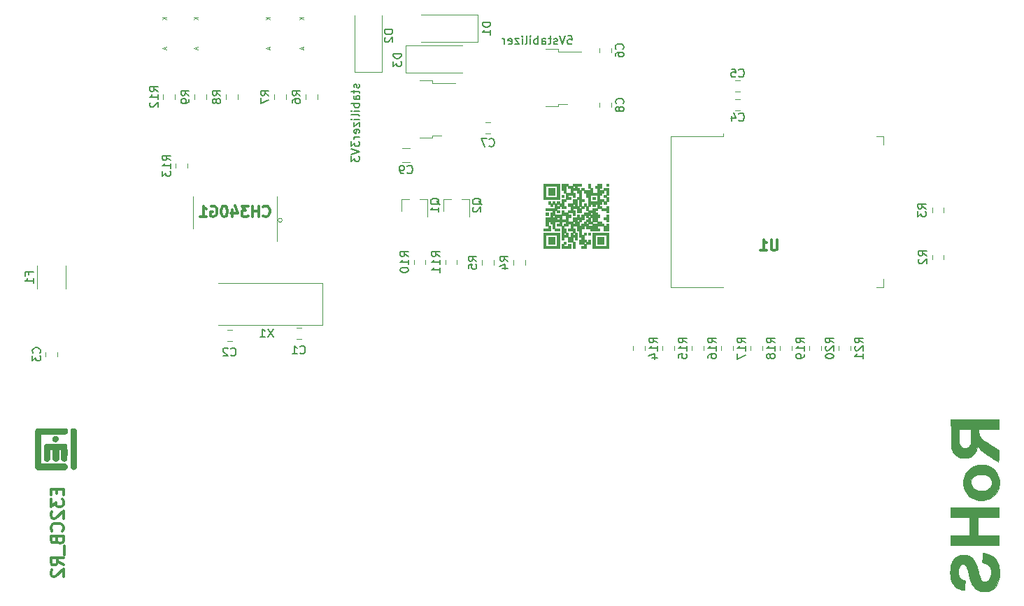
<source format=gbr>
G04 #@! TF.GenerationSoftware,KiCad,Pcbnew,5.1.5-52549c5~84~ubuntu18.04.1*
G04 #@! TF.CreationDate,2020-02-17T18:17:25+01:00*
G04 #@! TF.ProjectId,E32CB_R2,45333243-425f-4523-922e-6b696361645f,rev?*
G04 #@! TF.SameCoordinates,Original*
G04 #@! TF.FileFunction,Legend,Bot*
G04 #@! TF.FilePolarity,Positive*
%FSLAX46Y46*%
G04 Gerber Fmt 4.6, Leading zero omitted, Abs format (unit mm)*
G04 Created by KiCad (PCBNEW 5.1.5-52549c5~84~ubuntu18.04.1) date 2020-02-17 18:17:25*
%MOMM*%
%LPD*%
G04 APERTURE LIST*
%ADD10C,0.120000*%
%ADD11C,0.300000*%
%ADD12C,0.010000*%
%ADD13C,0.150000*%
%ADD14C,0.099060*%
G04 APERTURE END LIST*
D10*
X119380000Y-79756000D02*
G75*
G03X119380000Y-79756000I-254000J0D01*
G01*
D11*
X92094857Y-112316285D02*
X92094857Y-112816285D01*
X92880571Y-113030571D02*
X92880571Y-112316285D01*
X91380571Y-112316285D01*
X91380571Y-113030571D01*
X91380571Y-113530571D02*
X91380571Y-114459142D01*
X91952000Y-113959142D01*
X91952000Y-114173428D01*
X92023428Y-114316285D01*
X92094857Y-114387714D01*
X92237714Y-114459142D01*
X92594857Y-114459142D01*
X92737714Y-114387714D01*
X92809142Y-114316285D01*
X92880571Y-114173428D01*
X92880571Y-113744857D01*
X92809142Y-113602000D01*
X92737714Y-113530571D01*
X91523428Y-115030571D02*
X91452000Y-115102000D01*
X91380571Y-115244857D01*
X91380571Y-115602000D01*
X91452000Y-115744857D01*
X91523428Y-115816285D01*
X91666285Y-115887714D01*
X91809142Y-115887714D01*
X92023428Y-115816285D01*
X92880571Y-114959142D01*
X92880571Y-115887714D01*
X92737714Y-117387714D02*
X92809142Y-117316285D01*
X92880571Y-117102000D01*
X92880571Y-116959142D01*
X92809142Y-116744857D01*
X92666285Y-116602000D01*
X92523428Y-116530571D01*
X92237714Y-116459142D01*
X92023428Y-116459142D01*
X91737714Y-116530571D01*
X91594857Y-116602000D01*
X91452000Y-116744857D01*
X91380571Y-116959142D01*
X91380571Y-117102000D01*
X91452000Y-117316285D01*
X91523428Y-117387714D01*
X92094857Y-118530571D02*
X92166285Y-118744857D01*
X92237714Y-118816285D01*
X92380571Y-118887714D01*
X92594857Y-118887714D01*
X92737714Y-118816285D01*
X92809142Y-118744857D01*
X92880571Y-118602000D01*
X92880571Y-118030571D01*
X91380571Y-118030571D01*
X91380571Y-118530571D01*
X91452000Y-118673428D01*
X91523428Y-118744857D01*
X91666285Y-118816285D01*
X91809142Y-118816285D01*
X91952000Y-118744857D01*
X92023428Y-118673428D01*
X92094857Y-118530571D01*
X92094857Y-118030571D01*
X93023428Y-119173428D02*
X93023428Y-120316285D01*
X92880571Y-121530571D02*
X92166285Y-121030571D01*
X92880571Y-120673428D02*
X91380571Y-120673428D01*
X91380571Y-121244857D01*
X91452000Y-121387714D01*
X91523428Y-121459142D01*
X91666285Y-121530571D01*
X91880571Y-121530571D01*
X92023428Y-121459142D01*
X92094857Y-121387714D01*
X92166285Y-121244857D01*
X92166285Y-120673428D01*
X91523428Y-122102000D02*
X91452000Y-122173428D01*
X91380571Y-122316285D01*
X91380571Y-122673428D01*
X91452000Y-122816285D01*
X91523428Y-122887714D01*
X91666285Y-122959142D01*
X91809142Y-122959142D01*
X92023428Y-122887714D01*
X92880571Y-122030571D01*
X92880571Y-122959142D01*
D10*
X134284000Y-61848000D02*
X141184000Y-61848000D01*
X134284000Y-58548000D02*
X141184000Y-58548000D01*
X134284000Y-61848000D02*
X134284000Y-58548000D01*
D12*
G36*
X158320000Y-81812000D02*
G01*
X157504000Y-81812000D01*
X157504000Y-82628000D01*
X158320000Y-82628000D01*
X158320000Y-81812000D01*
G37*
X158320000Y-81812000D02*
X157504000Y-81812000D01*
X157504000Y-82628000D01*
X158320000Y-82628000D01*
X158320000Y-81812000D01*
G36*
X152376000Y-81812000D02*
G01*
X151560000Y-81812000D01*
X151560000Y-82628000D01*
X152376000Y-82628000D01*
X152376000Y-81812000D01*
G37*
X152376000Y-81812000D02*
X151560000Y-81812000D01*
X151560000Y-82628000D01*
X152376000Y-82628000D01*
X152376000Y-81812000D01*
G36*
X157240000Y-76948000D02*
G01*
X156964000Y-76948000D01*
X156964000Y-77224000D01*
X157240000Y-77224000D01*
X157240000Y-76948000D01*
G37*
X157240000Y-76948000D02*
X156964000Y-76948000D01*
X156964000Y-77224000D01*
X157240000Y-77224000D01*
X157240000Y-76948000D01*
G36*
X152376000Y-75868000D02*
G01*
X151560000Y-75868000D01*
X151560000Y-76684000D01*
X152376000Y-76684000D01*
X152376000Y-75868000D01*
G37*
X152376000Y-75868000D02*
X151560000Y-75868000D01*
X151560000Y-76684000D01*
X152376000Y-76684000D01*
X152376000Y-75868000D01*
G36*
X154268000Y-82624000D02*
G01*
X153992000Y-82624000D01*
X153992000Y-82896000D01*
X153456000Y-82896000D01*
X153456000Y-82628000D01*
X153724000Y-82628000D01*
X153724000Y-82356000D01*
X153452000Y-82356000D01*
X153452000Y-82624000D01*
X153180000Y-82624000D01*
X153180000Y-83168000D01*
X154268000Y-83168000D01*
X154268000Y-82624000D01*
G37*
X154268000Y-82624000D02*
X153992000Y-82624000D01*
X153992000Y-82896000D01*
X153456000Y-82896000D01*
X153456000Y-82628000D01*
X153724000Y-82628000D01*
X153724000Y-82356000D01*
X153452000Y-82356000D01*
X153452000Y-82624000D01*
X153180000Y-82624000D01*
X153180000Y-83168000D01*
X154268000Y-83168000D01*
X154268000Y-82624000D01*
G36*
X158860000Y-81272000D02*
G01*
X156964000Y-81272000D01*
X156964000Y-82896000D01*
X157240000Y-82896000D01*
X157240000Y-81548000D01*
X158588000Y-81548000D01*
X158588000Y-82896000D01*
X157240000Y-82896000D01*
X156964000Y-82896000D01*
X156964000Y-83168000D01*
X158860000Y-83168000D01*
X158860000Y-81272000D01*
G37*
X158860000Y-81272000D02*
X156964000Y-81272000D01*
X156964000Y-82896000D01*
X157240000Y-82896000D01*
X157240000Y-81548000D01*
X158588000Y-81548000D01*
X158588000Y-82896000D01*
X157240000Y-82896000D01*
X156964000Y-82896000D01*
X156964000Y-83168000D01*
X158860000Y-83168000D01*
X158860000Y-81272000D01*
G36*
X156700000Y-81272000D02*
G01*
X156424000Y-81272000D01*
X156424000Y-81548000D01*
X156700000Y-81548000D01*
X156700000Y-81272000D01*
G37*
X156700000Y-81272000D02*
X156424000Y-81272000D01*
X156424000Y-81548000D01*
X156700000Y-81548000D01*
X156700000Y-81272000D01*
G36*
X152916000Y-81272000D02*
G01*
X151020000Y-81272000D01*
X151020000Y-82896000D01*
X151292000Y-82896000D01*
X151292000Y-81548000D01*
X152640000Y-81548000D01*
X152640000Y-82896000D01*
X151292000Y-82896000D01*
X151020000Y-82896000D01*
X151020000Y-83168000D01*
X152916000Y-83168000D01*
X152916000Y-81272000D01*
G37*
X152916000Y-81272000D02*
X151020000Y-81272000D01*
X151020000Y-82896000D01*
X151292000Y-82896000D01*
X151292000Y-81548000D01*
X152640000Y-81548000D01*
X152640000Y-82896000D01*
X151292000Y-82896000D01*
X151020000Y-82896000D01*
X151020000Y-83168000D01*
X152916000Y-83168000D01*
X152916000Y-81272000D01*
G36*
X158860000Y-79112000D02*
G01*
X158588000Y-79112000D01*
X158588000Y-79380000D01*
X158316000Y-79380000D01*
X158316000Y-79656000D01*
X158588000Y-79656000D01*
X158588000Y-79924000D01*
X158860000Y-79924000D01*
X158860000Y-79112000D01*
G37*
X158860000Y-79112000D02*
X158588000Y-79112000D01*
X158588000Y-79380000D01*
X158316000Y-79380000D01*
X158316000Y-79656000D01*
X158588000Y-79656000D01*
X158588000Y-79924000D01*
X158860000Y-79924000D01*
X158860000Y-79112000D01*
G36*
X151564000Y-78840000D02*
G01*
X151288000Y-78840000D01*
X151288000Y-79116000D01*
X151564000Y-79116000D01*
X151564000Y-78840000D01*
G37*
X151564000Y-78840000D02*
X151288000Y-78840000D01*
X151288000Y-79116000D01*
X151564000Y-79116000D01*
X151564000Y-78840000D01*
G36*
X153456000Y-76680000D02*
G01*
X153180000Y-76680000D01*
X153180000Y-76952000D01*
X153456000Y-76952000D01*
X153456000Y-76680000D01*
G37*
X153456000Y-76680000D02*
X153180000Y-76680000D01*
X153180000Y-76952000D01*
X153456000Y-76952000D01*
X153456000Y-76680000D01*
G36*
X158860000Y-75328000D02*
G01*
X158588000Y-75328000D01*
X158588000Y-75600000D01*
X158860000Y-75600000D01*
X158860000Y-75328000D01*
G37*
X158860000Y-75328000D02*
X158588000Y-75328000D01*
X158588000Y-75600000D01*
X158860000Y-75600000D01*
X158860000Y-75328000D01*
G36*
X154808000Y-82356000D02*
G01*
X154536000Y-82356000D01*
X154536000Y-81816000D01*
X154804000Y-81816000D01*
X154804000Y-82088000D01*
X155076000Y-82088000D01*
X155076000Y-81272000D01*
X154808000Y-81272000D01*
X154808000Y-80732000D01*
X154536000Y-80732000D01*
X154536000Y-80468000D01*
X155072000Y-80468000D01*
X155072000Y-81008000D01*
X155344000Y-81008000D01*
X155344000Y-81816000D01*
X155612000Y-81816000D01*
X155612000Y-82084000D01*
X155344000Y-82084000D01*
X155344000Y-82624000D01*
X155888000Y-82624000D01*
X155888000Y-82360000D01*
X156156000Y-82360000D01*
X156156000Y-82624000D01*
X155888000Y-82624000D01*
X155344000Y-82624000D01*
X155344000Y-82628000D01*
X155884000Y-82628000D01*
X155884000Y-82896000D01*
X155612000Y-82896000D01*
X155612000Y-83168000D01*
X156160000Y-83168000D01*
X156160000Y-82628000D01*
X156700000Y-82628000D01*
X156700000Y-82084000D01*
X156424000Y-82084000D01*
X156424000Y-82356000D01*
X156160000Y-82356000D01*
X156160000Y-82084000D01*
X155888000Y-82084000D01*
X155888000Y-81548000D01*
X156160000Y-81548000D01*
X156160000Y-81272000D01*
X155884000Y-81272000D01*
X155884000Y-81544000D01*
X155616000Y-81544000D01*
X155616000Y-80736000D01*
X155888000Y-80736000D01*
X155888000Y-80468000D01*
X156156000Y-80468000D01*
X156156000Y-80736000D01*
X156696000Y-80736000D01*
X156696000Y-81008000D01*
X157780000Y-81008000D01*
X157780000Y-80732000D01*
X157508000Y-80732000D01*
X157508000Y-80468000D01*
X158316000Y-80468000D01*
X158316000Y-81008000D01*
X158860000Y-81008000D01*
X158860000Y-80192000D01*
X158588000Y-80192000D01*
X158588000Y-80464000D01*
X158320000Y-80464000D01*
X158320000Y-80192000D01*
X158186053Y-80192001D01*
X158052106Y-80192001D01*
X158051053Y-80057000D01*
X158050000Y-79922000D01*
X157779000Y-79920973D01*
X157508000Y-79919945D01*
X157508000Y-79384000D01*
X157780000Y-79384000D01*
X157780000Y-79112000D01*
X157508000Y-79112000D01*
X157508000Y-78840000D01*
X157240000Y-78840000D01*
X157240000Y-78576000D01*
X157508000Y-78576000D01*
X157508000Y-78304000D01*
X158048000Y-78304000D01*
X158048000Y-78576000D01*
X158588000Y-78576000D01*
X158588000Y-78844000D01*
X158860000Y-78844000D01*
X158860000Y-78028000D01*
X158588000Y-78028000D01*
X158588000Y-78300000D01*
X158052106Y-78300000D01*
X158050000Y-78030000D01*
X157780000Y-78027894D01*
X157780000Y-77764000D01*
X158052000Y-77764000D01*
X158052000Y-77492000D01*
X158316000Y-77492000D01*
X158316000Y-77764000D01*
X158592000Y-77764000D01*
X158592000Y-77492000D01*
X158860000Y-77492000D01*
X158860000Y-76948000D01*
X158592000Y-76948000D01*
X158592000Y-76684000D01*
X158860000Y-76684000D01*
X158860000Y-75868000D01*
X158316000Y-75868000D01*
X158316000Y-76136000D01*
X157780000Y-76136000D01*
X157780000Y-75872000D01*
X158052000Y-75872000D01*
X158052000Y-75328000D01*
X157504000Y-75328000D01*
X157504000Y-75596000D01*
X157236000Y-75596000D01*
X157236000Y-75872000D01*
X157504000Y-75872000D01*
X157504000Y-76408000D01*
X156968000Y-76408000D01*
X156968000Y-75868000D01*
X156700000Y-75868000D01*
X156700000Y-75328000D01*
X156424000Y-75328000D01*
X156424000Y-75872000D01*
X156696000Y-75872000D01*
X156696000Y-76136000D01*
X155888000Y-76136000D01*
X155888000Y-75868000D01*
X155612000Y-75868000D01*
X155612000Y-76136000D01*
X155348000Y-76136000D01*
X155348000Y-75868000D01*
X155076000Y-75868000D01*
X155076000Y-75600000D01*
X155616000Y-75600000D01*
X155616000Y-75328000D01*
X154532000Y-75328000D01*
X154532000Y-75596000D01*
X153996000Y-75596000D01*
X153996000Y-75328000D01*
X153180000Y-75328000D01*
X153180000Y-76140000D01*
X153452000Y-76140000D01*
X153452000Y-76408000D01*
X153724000Y-76408000D01*
X153724000Y-75600000D01*
X153992000Y-75600000D01*
X153992000Y-75868000D01*
X154536000Y-75868000D01*
X154536000Y-75600000D01*
X154804000Y-75600000D01*
X154804000Y-75868000D01*
X154536000Y-75868000D01*
X153992000Y-75868000D01*
X153992000Y-75872000D01*
X154264000Y-75872000D01*
X154264000Y-76408000D01*
X153724000Y-76408000D01*
X153452000Y-76408000D01*
X153452000Y-76412000D01*
X153720000Y-76412000D01*
X153720000Y-77220000D01*
X153180000Y-77220000D01*
X153180000Y-77760000D01*
X152916000Y-77760000D01*
X152916000Y-77488000D01*
X152640000Y-77488000D01*
X152640000Y-77760000D01*
X152376000Y-77760000D01*
X152376000Y-77488000D01*
X152100000Y-77488000D01*
X152100000Y-77760000D01*
X151832000Y-77760000D01*
X151832000Y-77488000D01*
X151560000Y-77488000D01*
X151560000Y-77764000D01*
X151828000Y-77764000D01*
X151828000Y-78032000D01*
X152104000Y-78032000D01*
X152104000Y-77764000D01*
X152372000Y-77764000D01*
X152372000Y-78028000D01*
X152644000Y-78028000D01*
X152644000Y-77764000D01*
X152912000Y-77764000D01*
X152912000Y-78028000D01*
X152644000Y-78028000D01*
X152372000Y-78028000D01*
X152372000Y-78300000D01*
X151288000Y-78300000D01*
X151288000Y-78576000D01*
X152100000Y-78576000D01*
X152100000Y-78840000D01*
X151828000Y-78840000D01*
X151828000Y-79112000D01*
X152376000Y-79112000D01*
X152376000Y-78576000D01*
X152640000Y-78576000D01*
X152640000Y-78844000D01*
X152916000Y-78844000D01*
X152916000Y-78572000D01*
X152644000Y-78572000D01*
X152644000Y-78304000D01*
X152916000Y-78304000D01*
X152916000Y-78032000D01*
X153180000Y-78032000D01*
X153180000Y-78304000D01*
X153724000Y-78304000D01*
X153724000Y-78028000D01*
X153456000Y-78028000D01*
X153456000Y-77492000D01*
X153724000Y-77492000D01*
X153724000Y-77224000D01*
X154268000Y-77224000D01*
X154268000Y-76948000D01*
X153996000Y-76948000D01*
X153996000Y-76684000D01*
X154532000Y-76684000D01*
X154532000Y-76952000D01*
X154808000Y-76952000D01*
X154808000Y-76408000D01*
X154536000Y-76408000D01*
X154536000Y-76140000D01*
X155072000Y-76140000D01*
X155072000Y-76412000D01*
X155344000Y-76412000D01*
X155344000Y-76948000D01*
X155072000Y-76948000D01*
X155072000Y-77220000D01*
X154532000Y-77220000D01*
X154532000Y-77760000D01*
X153992000Y-77760000D01*
X153992000Y-78028000D01*
X154536000Y-78028000D01*
X154536000Y-77764000D01*
X154804000Y-77764000D01*
X154804000Y-78028000D01*
X155076000Y-78028000D01*
X155076000Y-77224000D01*
X155344000Y-77224000D01*
X155344000Y-78028000D01*
X155616000Y-78028000D01*
X155616000Y-77492000D01*
X155888000Y-77492000D01*
X155888000Y-77220000D01*
X155616000Y-77220000D01*
X155616000Y-76140000D01*
X155884000Y-76140000D01*
X155884000Y-76412000D01*
X156156000Y-76412000D01*
X156156000Y-76952000D01*
X156424000Y-76952000D01*
X156424000Y-77488000D01*
X156700000Y-77488000D01*
X156700000Y-76684000D01*
X157504000Y-76684000D01*
X157504000Y-77220000D01*
X157780000Y-77220000D01*
X157780000Y-76684107D01*
X157915000Y-76683054D01*
X158050000Y-76682000D01*
X158052106Y-76412000D01*
X158320000Y-76412000D01*
X158320000Y-76140000D01*
X158588000Y-76140000D01*
X158588000Y-76680000D01*
X158316000Y-76680000D01*
X158316000Y-76952000D01*
X158588000Y-76952000D01*
X158588000Y-77488000D01*
X158320000Y-77488000D01*
X158320000Y-77220000D01*
X157780000Y-77220000D01*
X157504000Y-77220000D01*
X157504000Y-77488000D01*
X156700000Y-77488000D01*
X156424000Y-77488000D01*
X156424000Y-78028000D01*
X156160000Y-78028000D01*
X156160000Y-77760000D01*
X155884000Y-77760000D01*
X155884000Y-78028000D01*
X155616000Y-78028000D01*
X155344000Y-78028000D01*
X155076000Y-78028000D01*
X154804000Y-78028000D01*
X154536000Y-78028000D01*
X153992000Y-78028000D01*
X153992000Y-78032000D01*
X154264000Y-78032000D01*
X154264000Y-78300000D01*
X155348000Y-78300000D01*
X155348000Y-78032000D01*
X155612000Y-78032000D01*
X155612000Y-78300000D01*
X155348000Y-78300000D01*
X154264000Y-78300000D01*
X154264000Y-78572000D01*
X153992000Y-78572000D01*
X153992000Y-78840000D01*
X153456000Y-78840000D01*
X153456000Y-78572000D01*
X153180000Y-78572000D01*
X153180000Y-79112000D01*
X152376000Y-79112000D01*
X151828000Y-79112000D01*
X151828000Y-79380000D01*
X152104000Y-79380000D01*
X152104000Y-79116000D01*
X152372000Y-79116000D01*
X152372000Y-79380000D01*
X152104000Y-79380000D01*
X151828000Y-79380000D01*
X151288000Y-79380000D01*
X151288000Y-79652000D01*
X152644000Y-79652000D01*
X152644000Y-79384000D01*
X152912000Y-79384000D01*
X152912000Y-79652000D01*
X153184000Y-79652000D01*
X153184000Y-79116000D01*
X153720000Y-79116000D01*
X153720000Y-79652000D01*
X153184000Y-79652000D01*
X152912000Y-79652000D01*
X152644000Y-79652000D01*
X151288000Y-79652000D01*
X151288000Y-79920000D01*
X153996000Y-79920000D01*
X153996000Y-79384000D01*
X154268000Y-79384000D01*
X154268000Y-79112000D01*
X153996000Y-79112000D01*
X153996000Y-78844000D01*
X154532000Y-78844000D01*
X154532000Y-79116000D01*
X154808000Y-79116000D01*
X154808000Y-78572000D01*
X154536000Y-78572000D01*
X154536000Y-78304000D01*
X155072000Y-78304000D01*
X155072000Y-78844000D01*
X155616000Y-78844000D01*
X155616000Y-78304000D01*
X155888000Y-78304000D01*
X155888000Y-78032000D01*
X156156000Y-78032000D01*
X156156000Y-78572000D01*
X156428000Y-78572000D01*
X156428000Y-78032000D01*
X156700000Y-78032000D01*
X156700000Y-77764000D01*
X156964000Y-77764000D01*
X156964000Y-78032000D01*
X157240000Y-78032000D01*
X157240000Y-77764000D01*
X157504000Y-77764000D01*
X157504000Y-78300000D01*
X156964000Y-78300000D01*
X156964000Y-78572000D01*
X156428000Y-78572000D01*
X156156000Y-78572000D01*
X156156000Y-78576000D01*
X156424000Y-78576000D01*
X156424000Y-78840000D01*
X155884000Y-78840000D01*
X155884000Y-79112000D01*
X156700000Y-79112000D01*
X156700000Y-78844000D01*
X156964000Y-78844000D01*
X156964000Y-79112000D01*
X156700000Y-79112000D01*
X155884000Y-79112000D01*
X155612000Y-79112000D01*
X155612000Y-79380000D01*
X155348000Y-79380000D01*
X155348000Y-79112000D01*
X155072000Y-79112000D01*
X155072000Y-79380000D01*
X154532000Y-79380000D01*
X154532000Y-79920000D01*
X155076000Y-79920000D01*
X155076000Y-79656000D01*
X155344000Y-79656000D01*
X155344000Y-79920000D01*
X155076000Y-79920000D01*
X154532000Y-79920000D01*
X153996000Y-79920000D01*
X151288000Y-79920000D01*
X151288000Y-80468000D01*
X151560000Y-80468000D01*
X151560000Y-80732000D01*
X151020000Y-80732000D01*
X151020000Y-81008000D01*
X151832000Y-81008000D01*
X151832000Y-80464000D01*
X151564000Y-80464000D01*
X151564000Y-79924000D01*
X151828000Y-79924000D01*
X151828000Y-80196000D01*
X152100000Y-80196000D01*
X152100000Y-80736000D01*
X152372000Y-80736000D01*
X152372000Y-81008000D01*
X152916000Y-81008000D01*
X152916000Y-80732000D01*
X152376000Y-80732000D01*
X152376000Y-79924000D01*
X152912000Y-79924000D01*
X152912000Y-80192000D01*
X152640000Y-80192000D01*
X152640000Y-80464000D01*
X153184000Y-80464000D01*
X153184000Y-79924000D01*
X153720000Y-79924000D01*
X153720000Y-80192000D01*
X154536000Y-80192000D01*
X154536000Y-79924000D01*
X154804000Y-79924000D01*
X154804000Y-80192000D01*
X154536000Y-80192000D01*
X153720000Y-80192000D01*
X153452000Y-80192000D01*
X153452000Y-80464000D01*
X153184000Y-80464000D01*
X152640000Y-80464000D01*
X152640000Y-80468000D01*
X153180000Y-80468000D01*
X153180000Y-80732000D01*
X153456000Y-80732000D01*
X153456000Y-80468000D01*
X153996000Y-80468000D01*
X153996000Y-80196000D01*
X154264000Y-80196000D01*
X154264000Y-80464000D01*
X155348000Y-80464000D01*
X155348000Y-79924000D01*
X155616000Y-79924000D01*
X155616000Y-79656000D01*
X155888000Y-79656000D01*
X155888000Y-79116000D01*
X156156000Y-79116000D01*
X156156000Y-79380000D01*
X156428000Y-79380000D01*
X156428000Y-79116000D01*
X156696000Y-79116000D01*
X156696000Y-79380000D01*
X156428000Y-79380000D01*
X156156000Y-79380000D01*
X156156000Y-79384000D01*
X156424000Y-79384000D01*
X156424000Y-79652000D01*
X156156000Y-79652000D01*
X156156000Y-79920000D01*
X156700000Y-79920000D01*
X156700000Y-79384000D01*
X156964000Y-79384000D01*
X156964000Y-79920000D01*
X156700000Y-79920000D01*
X156156000Y-79920000D01*
X155884000Y-79920000D01*
X155884000Y-80192000D01*
X156160000Y-80192000D01*
X156160000Y-79924000D01*
X156424000Y-79924000D01*
X156424000Y-80192000D01*
X156968000Y-80192000D01*
X156968000Y-79924000D01*
X157504000Y-79924000D01*
X157504000Y-80192000D01*
X156968000Y-80192000D01*
X156424000Y-80192000D01*
X156160000Y-80192000D01*
X155884000Y-80192000D01*
X155612000Y-80192000D01*
X155612000Y-80464000D01*
X156428000Y-80464000D01*
X156428000Y-80196000D01*
X156964000Y-80196000D01*
X156964000Y-80464000D01*
X156428000Y-80464000D01*
X155612000Y-80464000D01*
X155348000Y-80464000D01*
X154264000Y-80464000D01*
X154264000Y-80732000D01*
X153992000Y-80732000D01*
X153992000Y-81008000D01*
X154532000Y-81008000D01*
X154532000Y-81272000D01*
X154264000Y-81272000D01*
X154264000Y-81544000D01*
X154536000Y-81544000D01*
X154536000Y-81276000D01*
X154804000Y-81276000D01*
X154804000Y-81544000D01*
X154536000Y-81544000D01*
X154264000Y-81544000D01*
X154264000Y-81812000D01*
X153996000Y-81812000D01*
X153996000Y-81272000D01*
X153724000Y-81272000D01*
X153724000Y-80732000D01*
X153456000Y-80732000D01*
X153180000Y-80732000D01*
X153180000Y-81544000D01*
X153456000Y-81544000D01*
X153456000Y-81276000D01*
X153720000Y-81276000D01*
X153720000Y-81544000D01*
X153456000Y-81544000D01*
X153180000Y-81544000D01*
X153180000Y-82088000D01*
X153456000Y-82088000D01*
X153456000Y-81816000D01*
X153992000Y-81816000D01*
X153992000Y-82360000D01*
X154532000Y-82360000D01*
X154532000Y-83168000D01*
X154808000Y-83168000D01*
X154808000Y-82356000D01*
G37*
X154808000Y-82356000D02*
X154536000Y-82356000D01*
X154536000Y-81816000D01*
X154804000Y-81816000D01*
X154804000Y-82088000D01*
X155076000Y-82088000D01*
X155076000Y-81272000D01*
X154808000Y-81272000D01*
X154808000Y-80732000D01*
X154536000Y-80732000D01*
X154536000Y-80468000D01*
X155072000Y-80468000D01*
X155072000Y-81008000D01*
X155344000Y-81008000D01*
X155344000Y-81816000D01*
X155612000Y-81816000D01*
X155612000Y-82084000D01*
X155344000Y-82084000D01*
X155344000Y-82624000D01*
X155888000Y-82624000D01*
X155888000Y-82360000D01*
X156156000Y-82360000D01*
X156156000Y-82624000D01*
X155888000Y-82624000D01*
X155344000Y-82624000D01*
X155344000Y-82628000D01*
X155884000Y-82628000D01*
X155884000Y-82896000D01*
X155612000Y-82896000D01*
X155612000Y-83168000D01*
X156160000Y-83168000D01*
X156160000Y-82628000D01*
X156700000Y-82628000D01*
X156700000Y-82084000D01*
X156424000Y-82084000D01*
X156424000Y-82356000D01*
X156160000Y-82356000D01*
X156160000Y-82084000D01*
X155888000Y-82084000D01*
X155888000Y-81548000D01*
X156160000Y-81548000D01*
X156160000Y-81272000D01*
X155884000Y-81272000D01*
X155884000Y-81544000D01*
X155616000Y-81544000D01*
X155616000Y-80736000D01*
X155888000Y-80736000D01*
X155888000Y-80468000D01*
X156156000Y-80468000D01*
X156156000Y-80736000D01*
X156696000Y-80736000D01*
X156696000Y-81008000D01*
X157780000Y-81008000D01*
X157780000Y-80732000D01*
X157508000Y-80732000D01*
X157508000Y-80468000D01*
X158316000Y-80468000D01*
X158316000Y-81008000D01*
X158860000Y-81008000D01*
X158860000Y-80192000D01*
X158588000Y-80192000D01*
X158588000Y-80464000D01*
X158320000Y-80464000D01*
X158320000Y-80192000D01*
X158186053Y-80192001D01*
X158052106Y-80192001D01*
X158051053Y-80057000D01*
X158050000Y-79922000D01*
X157779000Y-79920973D01*
X157508000Y-79919945D01*
X157508000Y-79384000D01*
X157780000Y-79384000D01*
X157780000Y-79112000D01*
X157508000Y-79112000D01*
X157508000Y-78840000D01*
X157240000Y-78840000D01*
X157240000Y-78576000D01*
X157508000Y-78576000D01*
X157508000Y-78304000D01*
X158048000Y-78304000D01*
X158048000Y-78576000D01*
X158588000Y-78576000D01*
X158588000Y-78844000D01*
X158860000Y-78844000D01*
X158860000Y-78028000D01*
X158588000Y-78028000D01*
X158588000Y-78300000D01*
X158052106Y-78300000D01*
X158050000Y-78030000D01*
X157780000Y-78027894D01*
X157780000Y-77764000D01*
X158052000Y-77764000D01*
X158052000Y-77492000D01*
X158316000Y-77492000D01*
X158316000Y-77764000D01*
X158592000Y-77764000D01*
X158592000Y-77492000D01*
X158860000Y-77492000D01*
X158860000Y-76948000D01*
X158592000Y-76948000D01*
X158592000Y-76684000D01*
X158860000Y-76684000D01*
X158860000Y-75868000D01*
X158316000Y-75868000D01*
X158316000Y-76136000D01*
X157780000Y-76136000D01*
X157780000Y-75872000D01*
X158052000Y-75872000D01*
X158052000Y-75328000D01*
X157504000Y-75328000D01*
X157504000Y-75596000D01*
X157236000Y-75596000D01*
X157236000Y-75872000D01*
X157504000Y-75872000D01*
X157504000Y-76408000D01*
X156968000Y-76408000D01*
X156968000Y-75868000D01*
X156700000Y-75868000D01*
X156700000Y-75328000D01*
X156424000Y-75328000D01*
X156424000Y-75872000D01*
X156696000Y-75872000D01*
X156696000Y-76136000D01*
X155888000Y-76136000D01*
X155888000Y-75868000D01*
X155612000Y-75868000D01*
X155612000Y-76136000D01*
X155348000Y-76136000D01*
X155348000Y-75868000D01*
X155076000Y-75868000D01*
X155076000Y-75600000D01*
X155616000Y-75600000D01*
X155616000Y-75328000D01*
X154532000Y-75328000D01*
X154532000Y-75596000D01*
X153996000Y-75596000D01*
X153996000Y-75328000D01*
X153180000Y-75328000D01*
X153180000Y-76140000D01*
X153452000Y-76140000D01*
X153452000Y-76408000D01*
X153724000Y-76408000D01*
X153724000Y-75600000D01*
X153992000Y-75600000D01*
X153992000Y-75868000D01*
X154536000Y-75868000D01*
X154536000Y-75600000D01*
X154804000Y-75600000D01*
X154804000Y-75868000D01*
X154536000Y-75868000D01*
X153992000Y-75868000D01*
X153992000Y-75872000D01*
X154264000Y-75872000D01*
X154264000Y-76408000D01*
X153724000Y-76408000D01*
X153452000Y-76408000D01*
X153452000Y-76412000D01*
X153720000Y-76412000D01*
X153720000Y-77220000D01*
X153180000Y-77220000D01*
X153180000Y-77760000D01*
X152916000Y-77760000D01*
X152916000Y-77488000D01*
X152640000Y-77488000D01*
X152640000Y-77760000D01*
X152376000Y-77760000D01*
X152376000Y-77488000D01*
X152100000Y-77488000D01*
X152100000Y-77760000D01*
X151832000Y-77760000D01*
X151832000Y-77488000D01*
X151560000Y-77488000D01*
X151560000Y-77764000D01*
X151828000Y-77764000D01*
X151828000Y-78032000D01*
X152104000Y-78032000D01*
X152104000Y-77764000D01*
X152372000Y-77764000D01*
X152372000Y-78028000D01*
X152644000Y-78028000D01*
X152644000Y-77764000D01*
X152912000Y-77764000D01*
X152912000Y-78028000D01*
X152644000Y-78028000D01*
X152372000Y-78028000D01*
X152372000Y-78300000D01*
X151288000Y-78300000D01*
X151288000Y-78576000D01*
X152100000Y-78576000D01*
X152100000Y-78840000D01*
X151828000Y-78840000D01*
X151828000Y-79112000D01*
X152376000Y-79112000D01*
X152376000Y-78576000D01*
X152640000Y-78576000D01*
X152640000Y-78844000D01*
X152916000Y-78844000D01*
X152916000Y-78572000D01*
X152644000Y-78572000D01*
X152644000Y-78304000D01*
X152916000Y-78304000D01*
X152916000Y-78032000D01*
X153180000Y-78032000D01*
X153180000Y-78304000D01*
X153724000Y-78304000D01*
X153724000Y-78028000D01*
X153456000Y-78028000D01*
X153456000Y-77492000D01*
X153724000Y-77492000D01*
X153724000Y-77224000D01*
X154268000Y-77224000D01*
X154268000Y-76948000D01*
X153996000Y-76948000D01*
X153996000Y-76684000D01*
X154532000Y-76684000D01*
X154532000Y-76952000D01*
X154808000Y-76952000D01*
X154808000Y-76408000D01*
X154536000Y-76408000D01*
X154536000Y-76140000D01*
X155072000Y-76140000D01*
X155072000Y-76412000D01*
X155344000Y-76412000D01*
X155344000Y-76948000D01*
X155072000Y-76948000D01*
X155072000Y-77220000D01*
X154532000Y-77220000D01*
X154532000Y-77760000D01*
X153992000Y-77760000D01*
X153992000Y-78028000D01*
X154536000Y-78028000D01*
X154536000Y-77764000D01*
X154804000Y-77764000D01*
X154804000Y-78028000D01*
X155076000Y-78028000D01*
X155076000Y-77224000D01*
X155344000Y-77224000D01*
X155344000Y-78028000D01*
X155616000Y-78028000D01*
X155616000Y-77492000D01*
X155888000Y-77492000D01*
X155888000Y-77220000D01*
X155616000Y-77220000D01*
X155616000Y-76140000D01*
X155884000Y-76140000D01*
X155884000Y-76412000D01*
X156156000Y-76412000D01*
X156156000Y-76952000D01*
X156424000Y-76952000D01*
X156424000Y-77488000D01*
X156700000Y-77488000D01*
X156700000Y-76684000D01*
X157504000Y-76684000D01*
X157504000Y-77220000D01*
X157780000Y-77220000D01*
X157780000Y-76684107D01*
X157915000Y-76683054D01*
X158050000Y-76682000D01*
X158052106Y-76412000D01*
X158320000Y-76412000D01*
X158320000Y-76140000D01*
X158588000Y-76140000D01*
X158588000Y-76680000D01*
X158316000Y-76680000D01*
X158316000Y-76952000D01*
X158588000Y-76952000D01*
X158588000Y-77488000D01*
X158320000Y-77488000D01*
X158320000Y-77220000D01*
X157780000Y-77220000D01*
X157504000Y-77220000D01*
X157504000Y-77488000D01*
X156700000Y-77488000D01*
X156424000Y-77488000D01*
X156424000Y-78028000D01*
X156160000Y-78028000D01*
X156160000Y-77760000D01*
X155884000Y-77760000D01*
X155884000Y-78028000D01*
X155616000Y-78028000D01*
X155344000Y-78028000D01*
X155076000Y-78028000D01*
X154804000Y-78028000D01*
X154536000Y-78028000D01*
X153992000Y-78028000D01*
X153992000Y-78032000D01*
X154264000Y-78032000D01*
X154264000Y-78300000D01*
X155348000Y-78300000D01*
X155348000Y-78032000D01*
X155612000Y-78032000D01*
X155612000Y-78300000D01*
X155348000Y-78300000D01*
X154264000Y-78300000D01*
X154264000Y-78572000D01*
X153992000Y-78572000D01*
X153992000Y-78840000D01*
X153456000Y-78840000D01*
X153456000Y-78572000D01*
X153180000Y-78572000D01*
X153180000Y-79112000D01*
X152376000Y-79112000D01*
X151828000Y-79112000D01*
X151828000Y-79380000D01*
X152104000Y-79380000D01*
X152104000Y-79116000D01*
X152372000Y-79116000D01*
X152372000Y-79380000D01*
X152104000Y-79380000D01*
X151828000Y-79380000D01*
X151288000Y-79380000D01*
X151288000Y-79652000D01*
X152644000Y-79652000D01*
X152644000Y-79384000D01*
X152912000Y-79384000D01*
X152912000Y-79652000D01*
X153184000Y-79652000D01*
X153184000Y-79116000D01*
X153720000Y-79116000D01*
X153720000Y-79652000D01*
X153184000Y-79652000D01*
X152912000Y-79652000D01*
X152644000Y-79652000D01*
X151288000Y-79652000D01*
X151288000Y-79920000D01*
X153996000Y-79920000D01*
X153996000Y-79384000D01*
X154268000Y-79384000D01*
X154268000Y-79112000D01*
X153996000Y-79112000D01*
X153996000Y-78844000D01*
X154532000Y-78844000D01*
X154532000Y-79116000D01*
X154808000Y-79116000D01*
X154808000Y-78572000D01*
X154536000Y-78572000D01*
X154536000Y-78304000D01*
X155072000Y-78304000D01*
X155072000Y-78844000D01*
X155616000Y-78844000D01*
X155616000Y-78304000D01*
X155888000Y-78304000D01*
X155888000Y-78032000D01*
X156156000Y-78032000D01*
X156156000Y-78572000D01*
X156428000Y-78572000D01*
X156428000Y-78032000D01*
X156700000Y-78032000D01*
X156700000Y-77764000D01*
X156964000Y-77764000D01*
X156964000Y-78032000D01*
X157240000Y-78032000D01*
X157240000Y-77764000D01*
X157504000Y-77764000D01*
X157504000Y-78300000D01*
X156964000Y-78300000D01*
X156964000Y-78572000D01*
X156428000Y-78572000D01*
X156156000Y-78572000D01*
X156156000Y-78576000D01*
X156424000Y-78576000D01*
X156424000Y-78840000D01*
X155884000Y-78840000D01*
X155884000Y-79112000D01*
X156700000Y-79112000D01*
X156700000Y-78844000D01*
X156964000Y-78844000D01*
X156964000Y-79112000D01*
X156700000Y-79112000D01*
X155884000Y-79112000D01*
X155612000Y-79112000D01*
X155612000Y-79380000D01*
X155348000Y-79380000D01*
X155348000Y-79112000D01*
X155072000Y-79112000D01*
X155072000Y-79380000D01*
X154532000Y-79380000D01*
X154532000Y-79920000D01*
X155076000Y-79920000D01*
X155076000Y-79656000D01*
X155344000Y-79656000D01*
X155344000Y-79920000D01*
X155076000Y-79920000D01*
X154532000Y-79920000D01*
X153996000Y-79920000D01*
X151288000Y-79920000D01*
X151288000Y-80468000D01*
X151560000Y-80468000D01*
X151560000Y-80732000D01*
X151020000Y-80732000D01*
X151020000Y-81008000D01*
X151832000Y-81008000D01*
X151832000Y-80464000D01*
X151564000Y-80464000D01*
X151564000Y-79924000D01*
X151828000Y-79924000D01*
X151828000Y-80196000D01*
X152100000Y-80196000D01*
X152100000Y-80736000D01*
X152372000Y-80736000D01*
X152372000Y-81008000D01*
X152916000Y-81008000D01*
X152916000Y-80732000D01*
X152376000Y-80732000D01*
X152376000Y-79924000D01*
X152912000Y-79924000D01*
X152912000Y-80192000D01*
X152640000Y-80192000D01*
X152640000Y-80464000D01*
X153184000Y-80464000D01*
X153184000Y-79924000D01*
X153720000Y-79924000D01*
X153720000Y-80192000D01*
X154536000Y-80192000D01*
X154536000Y-79924000D01*
X154804000Y-79924000D01*
X154804000Y-80192000D01*
X154536000Y-80192000D01*
X153720000Y-80192000D01*
X153452000Y-80192000D01*
X153452000Y-80464000D01*
X153184000Y-80464000D01*
X152640000Y-80464000D01*
X152640000Y-80468000D01*
X153180000Y-80468000D01*
X153180000Y-80732000D01*
X153456000Y-80732000D01*
X153456000Y-80468000D01*
X153996000Y-80468000D01*
X153996000Y-80196000D01*
X154264000Y-80196000D01*
X154264000Y-80464000D01*
X155348000Y-80464000D01*
X155348000Y-79924000D01*
X155616000Y-79924000D01*
X155616000Y-79656000D01*
X155888000Y-79656000D01*
X155888000Y-79116000D01*
X156156000Y-79116000D01*
X156156000Y-79380000D01*
X156428000Y-79380000D01*
X156428000Y-79116000D01*
X156696000Y-79116000D01*
X156696000Y-79380000D01*
X156428000Y-79380000D01*
X156156000Y-79380000D01*
X156156000Y-79384000D01*
X156424000Y-79384000D01*
X156424000Y-79652000D01*
X156156000Y-79652000D01*
X156156000Y-79920000D01*
X156700000Y-79920000D01*
X156700000Y-79384000D01*
X156964000Y-79384000D01*
X156964000Y-79920000D01*
X156700000Y-79920000D01*
X156156000Y-79920000D01*
X155884000Y-79920000D01*
X155884000Y-80192000D01*
X156160000Y-80192000D01*
X156160000Y-79924000D01*
X156424000Y-79924000D01*
X156424000Y-80192000D01*
X156968000Y-80192000D01*
X156968000Y-79924000D01*
X157504000Y-79924000D01*
X157504000Y-80192000D01*
X156968000Y-80192000D01*
X156424000Y-80192000D01*
X156160000Y-80192000D01*
X155884000Y-80192000D01*
X155612000Y-80192000D01*
X155612000Y-80464000D01*
X156428000Y-80464000D01*
X156428000Y-80196000D01*
X156964000Y-80196000D01*
X156964000Y-80464000D01*
X156428000Y-80464000D01*
X155612000Y-80464000D01*
X155348000Y-80464000D01*
X154264000Y-80464000D01*
X154264000Y-80732000D01*
X153992000Y-80732000D01*
X153992000Y-81008000D01*
X154532000Y-81008000D01*
X154532000Y-81272000D01*
X154264000Y-81272000D01*
X154264000Y-81544000D01*
X154536000Y-81544000D01*
X154536000Y-81276000D01*
X154804000Y-81276000D01*
X154804000Y-81544000D01*
X154536000Y-81544000D01*
X154264000Y-81544000D01*
X154264000Y-81812000D01*
X153996000Y-81812000D01*
X153996000Y-81272000D01*
X153724000Y-81272000D01*
X153724000Y-80732000D01*
X153456000Y-80732000D01*
X153180000Y-80732000D01*
X153180000Y-81544000D01*
X153456000Y-81544000D01*
X153456000Y-81276000D01*
X153720000Y-81276000D01*
X153720000Y-81544000D01*
X153456000Y-81544000D01*
X153180000Y-81544000D01*
X153180000Y-82088000D01*
X153456000Y-82088000D01*
X153456000Y-81816000D01*
X153992000Y-81816000D01*
X153992000Y-82360000D01*
X154532000Y-82360000D01*
X154532000Y-83168000D01*
X154808000Y-83168000D01*
X154808000Y-82356000D01*
G36*
X152916000Y-75328000D02*
G01*
X151020000Y-75328000D01*
X151020000Y-76948000D01*
X151292000Y-76948000D01*
X151292000Y-75600000D01*
X152640000Y-75600000D01*
X152640000Y-76948000D01*
X151292000Y-76948000D01*
X151020000Y-76948000D01*
X151020000Y-77224000D01*
X152916000Y-77224000D01*
X152916000Y-75328000D01*
G37*
X152916000Y-75328000D02*
X151020000Y-75328000D01*
X151020000Y-76948000D01*
X151292000Y-76948000D01*
X151292000Y-75600000D01*
X152640000Y-75600000D01*
X152640000Y-76948000D01*
X151292000Y-76948000D01*
X151020000Y-76948000D01*
X151020000Y-77224000D01*
X152916000Y-77224000D01*
X152916000Y-75328000D01*
G36*
X91553517Y-106361815D02*
G01*
X91603594Y-106447476D01*
X91679855Y-106516902D01*
X91700295Y-106529418D01*
X91798827Y-106566672D01*
X91901827Y-106573633D01*
X92001607Y-106552207D01*
X92090480Y-106504297D01*
X92160759Y-106431810D01*
X92173273Y-106412223D01*
X92208389Y-106329646D01*
X92225812Y-106239257D01*
X92223187Y-106156031D01*
X92217304Y-106132005D01*
X92168550Y-106031556D01*
X92097310Y-105953950D01*
X92009527Y-105901556D01*
X91911147Y-105876745D01*
X91808114Y-105881886D01*
X91706373Y-105919351D01*
X91697135Y-105924593D01*
X91615761Y-105990886D01*
X91560748Y-106074457D01*
X91532059Y-106168603D01*
X91529661Y-106266624D01*
X91553517Y-106361815D01*
G37*
X91553517Y-106361815D02*
X91603594Y-106447476D01*
X91679855Y-106516902D01*
X91700295Y-106529418D01*
X91798827Y-106566672D01*
X91901827Y-106573633D01*
X92001607Y-106552207D01*
X92090480Y-106504297D01*
X92160759Y-106431810D01*
X92173273Y-106412223D01*
X92208389Y-106329646D01*
X92225812Y-106239257D01*
X92223187Y-106156031D01*
X92217304Y-106132005D01*
X92168550Y-106031556D01*
X92097310Y-105953950D01*
X92009527Y-105901556D01*
X91911147Y-105876745D01*
X91808114Y-105881886D01*
X91706373Y-105919351D01*
X91697135Y-105924593D01*
X91615761Y-105990886D01*
X91560748Y-106074457D01*
X91532059Y-106168603D01*
X91529661Y-106266624D01*
X91553517Y-106361815D01*
G36*
X90570484Y-108762944D02*
G01*
X90636910Y-108845486D01*
X90722990Y-108902543D01*
X90821513Y-108932250D01*
X90925267Y-108932747D01*
X91027040Y-108902169D01*
X91054076Y-108887857D01*
X91129958Y-108827289D01*
X91179037Y-108762944D01*
X91223563Y-108685169D01*
X91234319Y-107513549D01*
X91588441Y-107513549D01*
X91599197Y-108685169D01*
X91643723Y-108762944D01*
X91709375Y-108845242D01*
X91792566Y-108901181D01*
X91886613Y-108930728D01*
X91984832Y-108933853D01*
X92080542Y-108910521D01*
X92167058Y-108860702D01*
X92237698Y-108784364D01*
X92249367Y-108765854D01*
X92296803Y-108685169D01*
X92307559Y-107513549D01*
X92590131Y-107513549D01*
X92600887Y-108685169D01*
X92645413Y-108762944D01*
X92711065Y-108845242D01*
X92794256Y-108901181D01*
X92888303Y-108930728D01*
X92986522Y-108933853D01*
X93082232Y-108910521D01*
X93168748Y-108860702D01*
X93239389Y-108784364D01*
X93251057Y-108765854D01*
X93298493Y-108685169D01*
X93301784Y-107898127D01*
X93302138Y-107732013D01*
X93301818Y-107575620D01*
X93300880Y-107432864D01*
X93299377Y-107307659D01*
X93297367Y-107203921D01*
X93294904Y-107125566D01*
X93292042Y-107076508D01*
X93289983Y-107062145D01*
X93241607Y-106960725D01*
X93167689Y-106880127D01*
X93124975Y-106851037D01*
X93048070Y-106807000D01*
X90776380Y-106807000D01*
X90695695Y-106854436D01*
X90619929Y-106914926D01*
X90570484Y-106979647D01*
X90525958Y-107057422D01*
X90525958Y-108685169D01*
X90570484Y-108762944D01*
G37*
X90570484Y-108762944D02*
X90636910Y-108845486D01*
X90722990Y-108902543D01*
X90821513Y-108932250D01*
X90925267Y-108932747D01*
X91027040Y-108902169D01*
X91054076Y-108887857D01*
X91129958Y-108827289D01*
X91179037Y-108762944D01*
X91223563Y-108685169D01*
X91234319Y-107513549D01*
X91588441Y-107513549D01*
X91599197Y-108685169D01*
X91643723Y-108762944D01*
X91709375Y-108845242D01*
X91792566Y-108901181D01*
X91886613Y-108930728D01*
X91984832Y-108933853D01*
X92080542Y-108910521D01*
X92167058Y-108860702D01*
X92237698Y-108784364D01*
X92249367Y-108765854D01*
X92296803Y-108685169D01*
X92307559Y-107513549D01*
X92590131Y-107513549D01*
X92600887Y-108685169D01*
X92645413Y-108762944D01*
X92711065Y-108845242D01*
X92794256Y-108901181D01*
X92888303Y-108930728D01*
X92986522Y-108933853D01*
X93082232Y-108910521D01*
X93168748Y-108860702D01*
X93239389Y-108784364D01*
X93251057Y-108765854D01*
X93298493Y-108685169D01*
X93301784Y-107898127D01*
X93302138Y-107732013D01*
X93301818Y-107575620D01*
X93300880Y-107432864D01*
X93299377Y-107307659D01*
X93297367Y-107203921D01*
X93294904Y-107125566D01*
X93292042Y-107076508D01*
X93289983Y-107062145D01*
X93241607Y-106960725D01*
X93167689Y-106880127D01*
X93124975Y-106851037D01*
X93048070Y-106807000D01*
X90776380Y-106807000D01*
X90695695Y-106854436D01*
X90619929Y-106914926D01*
X90570484Y-106979647D01*
X90525958Y-107057422D01*
X90525958Y-108685169D01*
X90570484Y-108762944D01*
G36*
X89497244Y-109764634D02*
G01*
X89556397Y-109839063D01*
X89622455Y-109889845D01*
X89703141Y-109937282D01*
X93119620Y-109937282D01*
X93200305Y-109889845D01*
X93281967Y-109823195D01*
X93337103Y-109739327D01*
X93365745Y-109644926D01*
X93367925Y-109546674D01*
X93343676Y-109451254D01*
X93293028Y-109365350D01*
X93216015Y-109295644D01*
X93197395Y-109284202D01*
X93119620Y-109239676D01*
X91639444Y-109234804D01*
X90159267Y-109229931D01*
X90159267Y-105654068D01*
X91639444Y-105649196D01*
X93119620Y-105644324D01*
X93197395Y-105599798D01*
X93272322Y-105538706D01*
X93329319Y-105456377D01*
X93364410Y-105362423D01*
X93373614Y-105266456D01*
X93362092Y-105201864D01*
X93312387Y-105099289D01*
X93237850Y-105018732D01*
X93196524Y-104990755D01*
X93119620Y-104946718D01*
X89703141Y-104946718D01*
X89622455Y-104994154D01*
X89546690Y-105054644D01*
X89497244Y-105119366D01*
X89452718Y-105197141D01*
X89452718Y-109686859D01*
X89497244Y-109764634D01*
G37*
X89497244Y-109764634D02*
X89556397Y-109839063D01*
X89622455Y-109889845D01*
X89703141Y-109937282D01*
X93119620Y-109937282D01*
X93200305Y-109889845D01*
X93281967Y-109823195D01*
X93337103Y-109739327D01*
X93365745Y-109644926D01*
X93367925Y-109546674D01*
X93343676Y-109451254D01*
X93293028Y-109365350D01*
X93216015Y-109295644D01*
X93197395Y-109284202D01*
X93119620Y-109239676D01*
X91639444Y-109234804D01*
X90159267Y-109229931D01*
X90159267Y-105654068D01*
X91639444Y-105649196D01*
X93119620Y-105644324D01*
X93197395Y-105599798D01*
X93272322Y-105538706D01*
X93329319Y-105456377D01*
X93364410Y-105362423D01*
X93373614Y-105266456D01*
X93362092Y-105201864D01*
X93312387Y-105099289D01*
X93237850Y-105018732D01*
X93196524Y-104990755D01*
X93119620Y-104946718D01*
X89703141Y-104946718D01*
X89622455Y-104994154D01*
X89546690Y-105054644D01*
X89497244Y-105119366D01*
X89452718Y-105197141D01*
X89452718Y-109686859D01*
X89497244Y-109764634D01*
G36*
X93790202Y-109764634D02*
G01*
X93855694Y-109846615D01*
X93938821Y-109902384D01*
X94032872Y-109931941D01*
X94131135Y-109935287D01*
X94226899Y-109912421D01*
X94313453Y-109863343D01*
X94384085Y-109788053D01*
X94398755Y-109764634D01*
X94443282Y-109686859D01*
X94446357Y-107468831D01*
X94446625Y-107189241D01*
X94446654Y-106919062D01*
X94446453Y-106660507D01*
X94446034Y-106415790D01*
X94445410Y-106187127D01*
X94444591Y-105976730D01*
X94443588Y-105786815D01*
X94442415Y-105619596D01*
X94441081Y-105477287D01*
X94439599Y-105362102D01*
X94437980Y-105276256D01*
X94436235Y-105221962D01*
X94434555Y-105201864D01*
X94386882Y-105101175D01*
X94313653Y-105021051D01*
X94269764Y-104991276D01*
X94169852Y-104953655D01*
X94065890Y-104947452D01*
X93965292Y-104970687D01*
X93875471Y-105021379D01*
X93803842Y-105097549D01*
X93790202Y-105119366D01*
X93745676Y-105197141D01*
X93745676Y-109686859D01*
X93790202Y-109764634D01*
G37*
X93790202Y-109764634D02*
X93855694Y-109846615D01*
X93938821Y-109902384D01*
X94032872Y-109931941D01*
X94131135Y-109935287D01*
X94226899Y-109912421D01*
X94313453Y-109863343D01*
X94384085Y-109788053D01*
X94398755Y-109764634D01*
X94443282Y-109686859D01*
X94446357Y-107468831D01*
X94446625Y-107189241D01*
X94446654Y-106919062D01*
X94446453Y-106660507D01*
X94446034Y-106415790D01*
X94445410Y-106187127D01*
X94444591Y-105976730D01*
X94443588Y-105786815D01*
X94442415Y-105619596D01*
X94441081Y-105477287D01*
X94439599Y-105362102D01*
X94437980Y-105276256D01*
X94436235Y-105221962D01*
X94434555Y-105201864D01*
X94386882Y-105101175D01*
X94313653Y-105021051D01*
X94269764Y-104991276D01*
X94169852Y-104953655D01*
X94065890Y-104947452D01*
X93965292Y-104970687D01*
X93875471Y-105021379D01*
X93803842Y-105097549D01*
X93790202Y-105119366D01*
X93745676Y-105197141D01*
X93745676Y-109686859D01*
X93790202Y-109764634D01*
D10*
X124270500Y-92466000D02*
X111670500Y-92466000D01*
X124270500Y-87366000D02*
X124270500Y-92466000D01*
X111670500Y-87366000D02*
X124270500Y-87366000D01*
X131444000Y-61804000D02*
X131444000Y-54904000D01*
X128144000Y-61804000D02*
X128144000Y-54904000D01*
X131444000Y-61804000D02*
X128144000Y-61804000D01*
X159206000Y-65524748D02*
X159206000Y-66047252D01*
X157786000Y-65524748D02*
X157786000Y-66047252D01*
X157786000Y-59443252D02*
X157786000Y-58920748D01*
X159206000Y-59443252D02*
X159206000Y-58920748D01*
X92150000Y-95718748D02*
X92150000Y-96241252D01*
X90730000Y-95718748D02*
X90730000Y-96241252D01*
X112768748Y-93016000D02*
X113291252Y-93016000D01*
X112768748Y-94436000D02*
X113291252Y-94436000D01*
X121673252Y-94182000D02*
X121150748Y-94182000D01*
X121673252Y-92762000D02*
X121150748Y-92762000D01*
X144010748Y-67870000D02*
X144533252Y-67870000D01*
X144010748Y-69290000D02*
X144533252Y-69290000D01*
X174759252Y-64210000D02*
X174236748Y-64210000D01*
X174759252Y-62790000D02*
X174236748Y-62790000D01*
X174759252Y-66496000D02*
X174236748Y-66496000D01*
X174759252Y-65076000D02*
X174236748Y-65076000D01*
X186742000Y-95474752D02*
X186742000Y-94952248D01*
X188162000Y-95474752D02*
X188162000Y-94952248D01*
X161850000Y-95502252D02*
X161850000Y-94979748D01*
X163270000Y-95502252D02*
X163270000Y-94979748D01*
X179630000Y-95474752D02*
X179630000Y-94952248D01*
X181050000Y-95474752D02*
X181050000Y-94952248D01*
X183186000Y-95474752D02*
X183186000Y-94952248D01*
X184606000Y-95474752D02*
X184606000Y-94952248D01*
X172518000Y-95474752D02*
X172518000Y-94952248D01*
X173938000Y-95474752D02*
X173938000Y-94952248D01*
X176074000Y-95474752D02*
X176074000Y-94952248D01*
X177494000Y-95474752D02*
X177494000Y-94952248D01*
X168962000Y-95474752D02*
X168962000Y-94952248D01*
X170382000Y-95474752D02*
X170382000Y-94952248D01*
X106478000Y-73413252D02*
X106478000Y-72890748D01*
X107898000Y-73413252D02*
X107898000Y-72890748D01*
X104954000Y-65067752D02*
X104954000Y-64545248D01*
X106374000Y-65067752D02*
X106374000Y-64545248D01*
X140537000Y-84538248D02*
X140537000Y-85060752D01*
X139117000Y-84538248D02*
X139117000Y-85060752D01*
X110184000Y-64545248D02*
X110184000Y-65067752D01*
X108764000Y-64545248D02*
X108764000Y-65067752D01*
X113994000Y-64545248D02*
X113994000Y-65067752D01*
X112574000Y-64545248D02*
X112574000Y-65067752D01*
X119836000Y-64545248D02*
X119836000Y-65067752D01*
X118416000Y-64545248D02*
X118416000Y-65067752D01*
X123646000Y-64545248D02*
X123646000Y-65067752D01*
X122226000Y-64545248D02*
X122226000Y-65067752D01*
X144982000Y-84611248D02*
X144982000Y-85133752D01*
X143562000Y-84611248D02*
X143562000Y-85133752D01*
X148792000Y-84611248D02*
X148792000Y-85133752D01*
X147372000Y-84611248D02*
X147372000Y-85133752D01*
X198045000Y-78783752D02*
X198045000Y-78261248D01*
X199465000Y-78783752D02*
X199465000Y-78261248D01*
X199465000Y-83976248D02*
X199465000Y-84498752D01*
X198045000Y-83976248D02*
X198045000Y-84498752D01*
X136727000Y-84538248D02*
X136727000Y-85060752D01*
X135307000Y-84538248D02*
X135307000Y-85060752D01*
X165406000Y-95474752D02*
X165406000Y-94952248D01*
X166826000Y-95474752D02*
X166826000Y-94952248D01*
X134866000Y-72732000D02*
X133866000Y-72732000D01*
X133866000Y-71032000D02*
X134866000Y-71032000D01*
D12*
G36*
X202587679Y-115728750D02*
G01*
X202587679Y-117973928D01*
X200319821Y-117973928D01*
X200319821Y-119153214D01*
X206080179Y-119153214D01*
X206080179Y-117973928D01*
X203562430Y-117973928D01*
X203568313Y-116857008D01*
X203574196Y-115740089D01*
X204827187Y-115734227D01*
X206080179Y-115728365D01*
X206080179Y-114549464D01*
X200319821Y-114549464D01*
X200319821Y-115728750D01*
X202587679Y-115728750D01*
G37*
X202587679Y-115728750D02*
X202587679Y-117973928D01*
X200319821Y-117973928D01*
X200319821Y-119153214D01*
X206080179Y-119153214D01*
X206080179Y-117973928D01*
X203562430Y-117973928D01*
X203568313Y-116857008D01*
X203574196Y-115740089D01*
X204827187Y-115734227D01*
X206080179Y-115728365D01*
X206080179Y-114549464D01*
X200319821Y-114549464D01*
X200319821Y-115728750D01*
X202587679Y-115728750D01*
G36*
X200327046Y-105438348D02*
G01*
X200329765Y-105794595D01*
X200332980Y-106112866D01*
X200336670Y-106392145D01*
X200340814Y-106631416D01*
X200345391Y-106829663D01*
X200350380Y-106985871D01*
X200355760Y-107099024D01*
X200361511Y-107168107D01*
X200363099Y-107178928D01*
X200404224Y-107389430D01*
X200449936Y-107563593D01*
X200504363Y-107710433D01*
X200571632Y-107838965D01*
X200655868Y-107958204D01*
X200761200Y-108077168D01*
X200785833Y-108102399D01*
X200884505Y-108197891D01*
X200969383Y-108268407D01*
X201054807Y-108324550D01*
X201155117Y-108376919D01*
X201161002Y-108379734D01*
X201316744Y-108448870D01*
X201455619Y-108497129D01*
X201592648Y-108527777D01*
X201742856Y-108544079D01*
X201921265Y-108549300D01*
X201941339Y-108549338D01*
X202195293Y-108537440D01*
X202417428Y-108499861D01*
X202615104Y-108433775D01*
X202795679Y-108336356D01*
X202966513Y-108204779D01*
X203053652Y-108122211D01*
X203156558Y-108011423D01*
X203242462Y-107900495D01*
X203315341Y-107781421D01*
X203379170Y-107646194D01*
X203437928Y-107486810D01*
X203495590Y-107295261D01*
X203531866Y-107159428D01*
X203551518Y-107083231D01*
X203664581Y-107250142D01*
X203795003Y-107419945D01*
X203957436Y-107595000D01*
X204141314Y-107764914D01*
X204336076Y-107919295D01*
X204367946Y-107942146D01*
X204425149Y-107981138D01*
X204510945Y-108037762D01*
X204620589Y-108109023D01*
X204749336Y-108191927D01*
X204892441Y-108283478D01*
X205045156Y-108380684D01*
X205202738Y-108480548D01*
X205360440Y-108580077D01*
X205513517Y-108676275D01*
X205657224Y-108766149D01*
X205786814Y-108846703D01*
X205897542Y-108914943D01*
X205984663Y-108967875D01*
X206043431Y-109002503D01*
X206069101Y-109015834D01*
X206069531Y-109015892D01*
X206072164Y-108994125D01*
X206074560Y-108932470D01*
X206076635Y-108836395D01*
X206078308Y-108711369D01*
X206079494Y-108562860D01*
X206080110Y-108396338D01*
X206080179Y-108316812D01*
X206080179Y-107617732D01*
X205212723Y-107038417D01*
X205026423Y-106913515D01*
X204844574Y-106790684D01*
X204672186Y-106673372D01*
X204514272Y-106565028D01*
X204375840Y-106469099D01*
X204261902Y-106389035D01*
X204177469Y-106328282D01*
X204140342Y-106300441D01*
X203997055Y-106180272D01*
X203886516Y-106063394D01*
X203804885Y-105941430D01*
X203748317Y-105806004D01*
X203712969Y-105648739D01*
X203695000Y-105461258D01*
X203690833Y-105320604D01*
X203687589Y-105035803D01*
X206080179Y-105024063D01*
X206080179Y-103845178D01*
X201317679Y-103845178D01*
X201317679Y-105024464D01*
X202746429Y-105024464D01*
X202746242Y-105733169D01*
X202745453Y-105919182D01*
X202743309Y-106100318D01*
X202740006Y-106268926D01*
X202735736Y-106417353D01*
X202730691Y-106537948D01*
X202725066Y-106623061D01*
X202723352Y-106640027D01*
X202695016Y-106818620D01*
X202653701Y-106960414D01*
X202596377Y-107072860D01*
X202520017Y-107163412D01*
X202505147Y-107176969D01*
X202367636Y-107269838D01*
X202207632Y-107325187D01*
X202022452Y-107343920D01*
X202009375Y-107343891D01*
X201824068Y-107324550D01*
X201666920Y-107269659D01*
X201537785Y-107179111D01*
X201436518Y-107052801D01*
X201362974Y-106890619D01*
X201353608Y-106860791D01*
X201344059Y-106822190D01*
X201336305Y-106773984D01*
X201330172Y-106711453D01*
X201325487Y-106629877D01*
X201322077Y-106524535D01*
X201319768Y-106390708D01*
X201318388Y-106223676D01*
X201317763Y-106018718D01*
X201317679Y-105882133D01*
X201317679Y-105024464D01*
X201317679Y-103845178D01*
X200316576Y-103845178D01*
X200327046Y-105438348D01*
G37*
X200327046Y-105438348D02*
X200329765Y-105794595D01*
X200332980Y-106112866D01*
X200336670Y-106392145D01*
X200340814Y-106631416D01*
X200345391Y-106829663D01*
X200350380Y-106985871D01*
X200355760Y-107099024D01*
X200361511Y-107168107D01*
X200363099Y-107178928D01*
X200404224Y-107389430D01*
X200449936Y-107563593D01*
X200504363Y-107710433D01*
X200571632Y-107838965D01*
X200655868Y-107958204D01*
X200761200Y-108077168D01*
X200785833Y-108102399D01*
X200884505Y-108197891D01*
X200969383Y-108268407D01*
X201054807Y-108324550D01*
X201155117Y-108376919D01*
X201161002Y-108379734D01*
X201316744Y-108448870D01*
X201455619Y-108497129D01*
X201592648Y-108527777D01*
X201742856Y-108544079D01*
X201921265Y-108549300D01*
X201941339Y-108549338D01*
X202195293Y-108537440D01*
X202417428Y-108499861D01*
X202615104Y-108433775D01*
X202795679Y-108336356D01*
X202966513Y-108204779D01*
X203053652Y-108122211D01*
X203156558Y-108011423D01*
X203242462Y-107900495D01*
X203315341Y-107781421D01*
X203379170Y-107646194D01*
X203437928Y-107486810D01*
X203495590Y-107295261D01*
X203531866Y-107159428D01*
X203551518Y-107083231D01*
X203664581Y-107250142D01*
X203795003Y-107419945D01*
X203957436Y-107595000D01*
X204141314Y-107764914D01*
X204336076Y-107919295D01*
X204367946Y-107942146D01*
X204425149Y-107981138D01*
X204510945Y-108037762D01*
X204620589Y-108109023D01*
X204749336Y-108191927D01*
X204892441Y-108283478D01*
X205045156Y-108380684D01*
X205202738Y-108480548D01*
X205360440Y-108580077D01*
X205513517Y-108676275D01*
X205657224Y-108766149D01*
X205786814Y-108846703D01*
X205897542Y-108914943D01*
X205984663Y-108967875D01*
X206043431Y-109002503D01*
X206069101Y-109015834D01*
X206069531Y-109015892D01*
X206072164Y-108994125D01*
X206074560Y-108932470D01*
X206076635Y-108836395D01*
X206078308Y-108711369D01*
X206079494Y-108562860D01*
X206080110Y-108396338D01*
X206080179Y-108316812D01*
X206080179Y-107617732D01*
X205212723Y-107038417D01*
X205026423Y-106913515D01*
X204844574Y-106790684D01*
X204672186Y-106673372D01*
X204514272Y-106565028D01*
X204375840Y-106469099D01*
X204261902Y-106389035D01*
X204177469Y-106328282D01*
X204140342Y-106300441D01*
X203997055Y-106180272D01*
X203886516Y-106063394D01*
X203804885Y-105941430D01*
X203748317Y-105806004D01*
X203712969Y-105648739D01*
X203695000Y-105461258D01*
X203690833Y-105320604D01*
X203687589Y-105035803D01*
X206080179Y-105024063D01*
X206080179Y-103845178D01*
X201317679Y-103845178D01*
X201317679Y-105024464D01*
X202746429Y-105024464D01*
X202746242Y-105733169D01*
X202745453Y-105919182D01*
X202743309Y-106100318D01*
X202740006Y-106268926D01*
X202735736Y-106417353D01*
X202730691Y-106537948D01*
X202725066Y-106623061D01*
X202723352Y-106640027D01*
X202695016Y-106818620D01*
X202653701Y-106960414D01*
X202596377Y-107072860D01*
X202520017Y-107163412D01*
X202505147Y-107176969D01*
X202367636Y-107269838D01*
X202207632Y-107325187D01*
X202022452Y-107343920D01*
X202009375Y-107343891D01*
X201824068Y-107324550D01*
X201666920Y-107269659D01*
X201537785Y-107179111D01*
X201436518Y-107052801D01*
X201362974Y-106890619D01*
X201353608Y-106860791D01*
X201344059Y-106822190D01*
X201336305Y-106773984D01*
X201330172Y-106711453D01*
X201325487Y-106629877D01*
X201322077Y-106524535D01*
X201319768Y-106390708D01*
X201318388Y-106223676D01*
X201317763Y-106018718D01*
X201317679Y-105882133D01*
X201317679Y-105024464D01*
X201317679Y-103845178D01*
X200316576Y-103845178D01*
X200327046Y-105438348D01*
G36*
X200244987Y-122786632D02*
G01*
X200272497Y-123015956D01*
X200316937Y-123225995D01*
X200379711Y-123424833D01*
X200462226Y-123620557D01*
X200483023Y-123663706D01*
X200621313Y-123897308D01*
X200789953Y-124097374D01*
X200989436Y-124264331D01*
X201220254Y-124398605D01*
X201435363Y-124485327D01*
X201563355Y-124521998D01*
X201698596Y-124550695D01*
X201810670Y-124565667D01*
X201986696Y-124579241D01*
X201987926Y-124513950D01*
X201989067Y-124472922D01*
X201991586Y-124393991D01*
X201995232Y-124284579D01*
X201999758Y-124152112D01*
X202004914Y-124004014D01*
X202007628Y-123927053D01*
X202026101Y-123405446D01*
X201865734Y-123364182D01*
X201672995Y-123294587D01*
X201511979Y-123193741D01*
X201384046Y-123062870D01*
X201290559Y-122903204D01*
X201258041Y-122815803D01*
X201234995Y-122710822D01*
X201219055Y-122574864D01*
X201210596Y-122421807D01*
X201209994Y-122265529D01*
X201217626Y-122119909D01*
X201233866Y-121998824D01*
X201235673Y-121990025D01*
X201286343Y-121813834D01*
X201356861Y-121660331D01*
X201443180Y-121536255D01*
X201541252Y-121448346D01*
X201571686Y-121430386D01*
X201648025Y-121407454D01*
X201747458Y-121399531D01*
X201850256Y-121406690D01*
X201936685Y-121429004D01*
X201936752Y-121429032D01*
X201996107Y-121464967D01*
X202061327Y-121520362D01*
X202087116Y-121547407D01*
X202134232Y-121606873D01*
X202178289Y-121676214D01*
X202220901Y-121759893D01*
X202263682Y-121862377D01*
X202308248Y-121988130D01*
X202356213Y-122141618D01*
X202409192Y-122327305D01*
X202468799Y-122549657D01*
X202517103Y-122736428D01*
X202601297Y-123050274D01*
X202683583Y-123323178D01*
X202766098Y-123559378D01*
X202850977Y-123763107D01*
X202940357Y-123938601D01*
X203036375Y-124090096D01*
X203141167Y-124221828D01*
X203256868Y-124338031D01*
X203373166Y-124433647D01*
X203545468Y-124542507D01*
X203742798Y-124632520D01*
X203946074Y-124695397D01*
X204003585Y-124707405D01*
X204145109Y-124725052D01*
X204310686Y-124732548D01*
X204484673Y-124730263D01*
X204651429Y-124718569D01*
X204795314Y-124697839D01*
X204841401Y-124687500D01*
X205032721Y-124623079D01*
X205230214Y-124529110D01*
X205416207Y-124414633D01*
X205504613Y-124348303D01*
X205685408Y-124173069D01*
X205840166Y-123962131D01*
X205967908Y-123717594D01*
X206067654Y-123441561D01*
X206138424Y-123136136D01*
X206168445Y-122922637D01*
X206182327Y-122746432D01*
X206189306Y-122550022D01*
X206189504Y-122347612D01*
X206183046Y-122153409D01*
X206170055Y-121981616D01*
X206159498Y-121897321D01*
X206098740Y-121587341D01*
X206014451Y-121312881D01*
X205904486Y-121069461D01*
X205766698Y-120852604D01*
X205598942Y-120657829D01*
X205537078Y-120598040D01*
X205351526Y-120451579D01*
X205132745Y-120321569D01*
X204891292Y-120212629D01*
X204637725Y-120129375D01*
X204382601Y-120076423D01*
X204328259Y-120069406D01*
X204255101Y-120062091D01*
X204216161Y-120063756D01*
X204200666Y-120077626D01*
X204197842Y-120106928D01*
X204197840Y-120108454D01*
X204195702Y-120146837D01*
X204189746Y-120222629D01*
X204180644Y-120328103D01*
X204169066Y-120455533D01*
X204155683Y-120597193D01*
X204152775Y-120627321D01*
X204135879Y-120801296D01*
X204123213Y-120935424D01*
X204114932Y-121035030D01*
X204111190Y-121105442D01*
X204112139Y-121151985D01*
X204117934Y-121179986D01*
X204128728Y-121194771D01*
X204144676Y-121201666D01*
X204165932Y-121205997D01*
X204169509Y-121206738D01*
X204284752Y-121237902D01*
X204417631Y-121283833D01*
X204550014Y-121337496D01*
X204663769Y-121391854D01*
X204701702Y-121413243D01*
X204863918Y-121536881D01*
X204994475Y-121692416D01*
X205092873Y-121878787D01*
X205158616Y-122094931D01*
X205191205Y-122339789D01*
X205194927Y-122464285D01*
X205180309Y-122717181D01*
X205135989Y-122937328D01*
X205061266Y-123126849D01*
X204955440Y-123287868D01*
X204904697Y-123344309D01*
X204769232Y-123456896D01*
X204624532Y-123530659D01*
X204476086Y-123565015D01*
X204329380Y-123559382D01*
X204189904Y-123513178D01*
X204070925Y-123432789D01*
X204019365Y-123382217D01*
X203972122Y-123323219D01*
X203927619Y-123251629D01*
X203884280Y-123163284D01*
X203840527Y-123054019D01*
X203794785Y-122919669D01*
X203745477Y-122756069D01*
X203691026Y-122559056D01*
X203629856Y-122324465D01*
X203586699Y-122153667D01*
X203489589Y-121801473D01*
X203385409Y-121492105D01*
X203274386Y-121226115D01*
X203156745Y-121004059D01*
X203057843Y-120858187D01*
X202885709Y-120669578D01*
X202688385Y-120515784D01*
X202470946Y-120397833D01*
X202238465Y-120316757D01*
X201996017Y-120273584D01*
X201748677Y-120269346D01*
X201501518Y-120305073D01*
X201259616Y-120381794D01*
X201096799Y-120460070D01*
X200913077Y-120584884D01*
X200741503Y-120745529D01*
X200590164Y-120932659D01*
X200467145Y-121136930D01*
X200417905Y-121244721D01*
X200355619Y-121411354D01*
X200308682Y-121571902D01*
X200274980Y-121737851D01*
X200252400Y-121920689D01*
X200238826Y-122131903D01*
X200235134Y-122237791D01*
X200233001Y-122529939D01*
X200244987Y-122786632D01*
G37*
X200244987Y-122786632D02*
X200272497Y-123015956D01*
X200316937Y-123225995D01*
X200379711Y-123424833D01*
X200462226Y-123620557D01*
X200483023Y-123663706D01*
X200621313Y-123897308D01*
X200789953Y-124097374D01*
X200989436Y-124264331D01*
X201220254Y-124398605D01*
X201435363Y-124485327D01*
X201563355Y-124521998D01*
X201698596Y-124550695D01*
X201810670Y-124565667D01*
X201986696Y-124579241D01*
X201987926Y-124513950D01*
X201989067Y-124472922D01*
X201991586Y-124393991D01*
X201995232Y-124284579D01*
X201999758Y-124152112D01*
X202004914Y-124004014D01*
X202007628Y-123927053D01*
X202026101Y-123405446D01*
X201865734Y-123364182D01*
X201672995Y-123294587D01*
X201511979Y-123193741D01*
X201384046Y-123062870D01*
X201290559Y-122903204D01*
X201258041Y-122815803D01*
X201234995Y-122710822D01*
X201219055Y-122574864D01*
X201210596Y-122421807D01*
X201209994Y-122265529D01*
X201217626Y-122119909D01*
X201233866Y-121998824D01*
X201235673Y-121990025D01*
X201286343Y-121813834D01*
X201356861Y-121660331D01*
X201443180Y-121536255D01*
X201541252Y-121448346D01*
X201571686Y-121430386D01*
X201648025Y-121407454D01*
X201747458Y-121399531D01*
X201850256Y-121406690D01*
X201936685Y-121429004D01*
X201936752Y-121429032D01*
X201996107Y-121464967D01*
X202061327Y-121520362D01*
X202087116Y-121547407D01*
X202134232Y-121606873D01*
X202178289Y-121676214D01*
X202220901Y-121759893D01*
X202263682Y-121862377D01*
X202308248Y-121988130D01*
X202356213Y-122141618D01*
X202409192Y-122327305D01*
X202468799Y-122549657D01*
X202517103Y-122736428D01*
X202601297Y-123050274D01*
X202683583Y-123323178D01*
X202766098Y-123559378D01*
X202850977Y-123763107D01*
X202940357Y-123938601D01*
X203036375Y-124090096D01*
X203141167Y-124221828D01*
X203256868Y-124338031D01*
X203373166Y-124433647D01*
X203545468Y-124542507D01*
X203742798Y-124632520D01*
X203946074Y-124695397D01*
X204003585Y-124707405D01*
X204145109Y-124725052D01*
X204310686Y-124732548D01*
X204484673Y-124730263D01*
X204651429Y-124718569D01*
X204795314Y-124697839D01*
X204841401Y-124687500D01*
X205032721Y-124623079D01*
X205230214Y-124529110D01*
X205416207Y-124414633D01*
X205504613Y-124348303D01*
X205685408Y-124173069D01*
X205840166Y-123962131D01*
X205967908Y-123717594D01*
X206067654Y-123441561D01*
X206138424Y-123136136D01*
X206168445Y-122922637D01*
X206182327Y-122746432D01*
X206189306Y-122550022D01*
X206189504Y-122347612D01*
X206183046Y-122153409D01*
X206170055Y-121981616D01*
X206159498Y-121897321D01*
X206098740Y-121587341D01*
X206014451Y-121312881D01*
X205904486Y-121069461D01*
X205766698Y-120852604D01*
X205598942Y-120657829D01*
X205537078Y-120598040D01*
X205351526Y-120451579D01*
X205132745Y-120321569D01*
X204891292Y-120212629D01*
X204637725Y-120129375D01*
X204382601Y-120076423D01*
X204328259Y-120069406D01*
X204255101Y-120062091D01*
X204216161Y-120063756D01*
X204200666Y-120077626D01*
X204197842Y-120106928D01*
X204197840Y-120108454D01*
X204195702Y-120146837D01*
X204189746Y-120222629D01*
X204180644Y-120328103D01*
X204169066Y-120455533D01*
X204155683Y-120597193D01*
X204152775Y-120627321D01*
X204135879Y-120801296D01*
X204123213Y-120935424D01*
X204114932Y-121035030D01*
X204111190Y-121105442D01*
X204112139Y-121151985D01*
X204117934Y-121179986D01*
X204128728Y-121194771D01*
X204144676Y-121201666D01*
X204165932Y-121205997D01*
X204169509Y-121206738D01*
X204284752Y-121237902D01*
X204417631Y-121283833D01*
X204550014Y-121337496D01*
X204663769Y-121391854D01*
X204701702Y-121413243D01*
X204863918Y-121536881D01*
X204994475Y-121692416D01*
X205092873Y-121878787D01*
X205158616Y-122094931D01*
X205191205Y-122339789D01*
X205194927Y-122464285D01*
X205180309Y-122717181D01*
X205135989Y-122937328D01*
X205061266Y-123126849D01*
X204955440Y-123287868D01*
X204904697Y-123344309D01*
X204769232Y-123456896D01*
X204624532Y-123530659D01*
X204476086Y-123565015D01*
X204329380Y-123559382D01*
X204189904Y-123513178D01*
X204070925Y-123432789D01*
X204019365Y-123382217D01*
X203972122Y-123323219D01*
X203927619Y-123251629D01*
X203884280Y-123163284D01*
X203840527Y-123054019D01*
X203794785Y-122919669D01*
X203745477Y-122756069D01*
X203691026Y-122559056D01*
X203629856Y-122324465D01*
X203586699Y-122153667D01*
X203489589Y-121801473D01*
X203385409Y-121492105D01*
X203274386Y-121226115D01*
X203156745Y-121004059D01*
X203057843Y-120858187D01*
X202885709Y-120669578D01*
X202688385Y-120515784D01*
X202470946Y-120397833D01*
X202238465Y-120316757D01*
X201996017Y-120273584D01*
X201748677Y-120269346D01*
X201501518Y-120305073D01*
X201259616Y-120381794D01*
X201096799Y-120460070D01*
X200913077Y-120584884D01*
X200741503Y-120745529D01*
X200590164Y-120932659D01*
X200467145Y-121136930D01*
X200417905Y-121244721D01*
X200355619Y-121411354D01*
X200308682Y-121571902D01*
X200274980Y-121737851D01*
X200252400Y-121920689D01*
X200238826Y-122131903D01*
X200235134Y-122237791D01*
X200233001Y-122529939D01*
X200244987Y-122786632D01*
G36*
X201830139Y-111533214D02*
G01*
X201831181Y-111684632D01*
X201834145Y-111801317D01*
X201840060Y-111893881D01*
X201849951Y-111972938D01*
X201864847Y-112049104D01*
X201885772Y-112132992D01*
X201889516Y-112146977D01*
X201990250Y-112437131D01*
X202128979Y-112704691D01*
X202303213Y-112946674D01*
X202510467Y-113160095D01*
X202748253Y-113341971D01*
X203004678Y-113484936D01*
X203208601Y-113568031D01*
X203417963Y-113626668D01*
X203645596Y-113663748D01*
X203871394Y-113680857D01*
X204205223Y-113677946D01*
X204513691Y-113638266D01*
X204799125Y-113560974D01*
X205063849Y-113445226D01*
X205310189Y-113290181D01*
X205540472Y-113094996D01*
X205570937Y-113065044D01*
X205766500Y-112843705D01*
X205921647Y-112609111D01*
X206040986Y-112353469D01*
X206103854Y-112164276D01*
X206129662Y-112046005D01*
X206150474Y-111896262D01*
X206165339Y-111728751D01*
X206173310Y-111557178D01*
X206173438Y-111395247D01*
X206165912Y-111267538D01*
X206126899Y-111030853D01*
X206058784Y-110786823D01*
X205966426Y-110547517D01*
X205854685Y-110325004D01*
X205728419Y-110131353D01*
X205687747Y-110079863D01*
X205497838Y-109886198D01*
X205275038Y-109721439D01*
X205022762Y-109587306D01*
X204744424Y-109485519D01*
X204443440Y-109417797D01*
X204345268Y-109403890D01*
X204001926Y-109381331D01*
X203993750Y-109381779D01*
X203993750Y-110530201D01*
X204263973Y-110543929D01*
X204501240Y-110587686D01*
X204707234Y-110662221D01*
X204883638Y-110768282D01*
X205032135Y-110906616D01*
X205127695Y-111034311D01*
X205189022Y-111140507D01*
X205228883Y-111240397D01*
X205250725Y-111348199D01*
X205257998Y-111478129D01*
X205256954Y-111567232D01*
X205251720Y-111683911D01*
X205241662Y-111770321D01*
X205223986Y-111841505D01*
X205195903Y-111912505D01*
X205190793Y-111923695D01*
X205110974Y-112057989D01*
X205001219Y-112189719D01*
X204875136Y-112303615D01*
X204813617Y-112346955D01*
X204661827Y-112423295D01*
X204478326Y-112482447D01*
X204274143Y-112522412D01*
X204060304Y-112541188D01*
X203847838Y-112536777D01*
X203795092Y-112531688D01*
X203565291Y-112494670D01*
X203371242Y-112438408D01*
X203206456Y-112360188D01*
X203064446Y-112257291D01*
X203004955Y-112200897D01*
X202877246Y-112040097D01*
X202788650Y-111863347D01*
X202739164Y-111676606D01*
X202728788Y-111485834D01*
X202757520Y-111296991D01*
X202825358Y-111116035D01*
X202932300Y-110948927D01*
X203005282Y-110867565D01*
X203152991Y-110743384D01*
X203318858Y-110649328D01*
X203508039Y-110583637D01*
X203725694Y-110544550D01*
X203976980Y-110530306D01*
X203993750Y-110530201D01*
X203993750Y-109381779D01*
X203674671Y-109399294D01*
X203365131Y-109457249D01*
X203074933Y-109554671D01*
X202805704Y-109691031D01*
X202559073Y-109865803D01*
X202367967Y-110044642D01*
X202192640Y-110261689D01*
X202045890Y-110509726D01*
X201931595Y-110781707D01*
X201891370Y-110911521D01*
X201868368Y-110998131D01*
X201851863Y-111072742D01*
X201840815Y-111145883D01*
X201834189Y-111228082D01*
X201830947Y-111329868D01*
X201830053Y-111461771D01*
X201830139Y-111533214D01*
G37*
X201830139Y-111533214D02*
X201831181Y-111684632D01*
X201834145Y-111801317D01*
X201840060Y-111893881D01*
X201849951Y-111972938D01*
X201864847Y-112049104D01*
X201885772Y-112132992D01*
X201889516Y-112146977D01*
X201990250Y-112437131D01*
X202128979Y-112704691D01*
X202303213Y-112946674D01*
X202510467Y-113160095D01*
X202748253Y-113341971D01*
X203004678Y-113484936D01*
X203208601Y-113568031D01*
X203417963Y-113626668D01*
X203645596Y-113663748D01*
X203871394Y-113680857D01*
X204205223Y-113677946D01*
X204513691Y-113638266D01*
X204799125Y-113560974D01*
X205063849Y-113445226D01*
X205310189Y-113290181D01*
X205540472Y-113094996D01*
X205570937Y-113065044D01*
X205766500Y-112843705D01*
X205921647Y-112609111D01*
X206040986Y-112353469D01*
X206103854Y-112164276D01*
X206129662Y-112046005D01*
X206150474Y-111896262D01*
X206165339Y-111728751D01*
X206173310Y-111557178D01*
X206173438Y-111395247D01*
X206165912Y-111267538D01*
X206126899Y-111030853D01*
X206058784Y-110786823D01*
X205966426Y-110547517D01*
X205854685Y-110325004D01*
X205728419Y-110131353D01*
X205687747Y-110079863D01*
X205497838Y-109886198D01*
X205275038Y-109721439D01*
X205022762Y-109587306D01*
X204744424Y-109485519D01*
X204443440Y-109417797D01*
X204345268Y-109403890D01*
X204001926Y-109381331D01*
X203993750Y-109381779D01*
X203993750Y-110530201D01*
X204263973Y-110543929D01*
X204501240Y-110587686D01*
X204707234Y-110662221D01*
X204883638Y-110768282D01*
X205032135Y-110906616D01*
X205127695Y-111034311D01*
X205189022Y-111140507D01*
X205228883Y-111240397D01*
X205250725Y-111348199D01*
X205257998Y-111478129D01*
X205256954Y-111567232D01*
X205251720Y-111683911D01*
X205241662Y-111770321D01*
X205223986Y-111841505D01*
X205195903Y-111912505D01*
X205190793Y-111923695D01*
X205110974Y-112057989D01*
X205001219Y-112189719D01*
X204875136Y-112303615D01*
X204813617Y-112346955D01*
X204661827Y-112423295D01*
X204478326Y-112482447D01*
X204274143Y-112522412D01*
X204060304Y-112541188D01*
X203847838Y-112536777D01*
X203795092Y-112531688D01*
X203565291Y-112494670D01*
X203371242Y-112438408D01*
X203206456Y-112360188D01*
X203064446Y-112257291D01*
X203004955Y-112200897D01*
X202877246Y-112040097D01*
X202788650Y-111863347D01*
X202739164Y-111676606D01*
X202728788Y-111485834D01*
X202757520Y-111296991D01*
X202825358Y-111116035D01*
X202932300Y-110948927D01*
X203005282Y-110867565D01*
X203152991Y-110743384D01*
X203318858Y-110649328D01*
X203508039Y-110583637D01*
X203725694Y-110544550D01*
X203976980Y-110530306D01*
X203993750Y-110530201D01*
X203993750Y-109381779D01*
X203674671Y-109399294D01*
X203365131Y-109457249D01*
X203074933Y-109554671D01*
X202805704Y-109691031D01*
X202559073Y-109865803D01*
X202367967Y-110044642D01*
X202192640Y-110261689D01*
X202045890Y-110509726D01*
X201931595Y-110781707D01*
X201891370Y-110911521D01*
X201868368Y-110998131D01*
X201851863Y-111072742D01*
X201840815Y-111145883D01*
X201834189Y-111228082D01*
X201830947Y-111329868D01*
X201830053Y-111461771D01*
X201830139Y-111533214D01*
D10*
X172800000Y-69620000D02*
X172800000Y-69240000D01*
X166380000Y-69620000D02*
X172800000Y-69620000D01*
X166380000Y-87860000D02*
X172800000Y-87860000D01*
X166380000Y-69620000D02*
X166380000Y-87860000D01*
X192125000Y-87860000D02*
X192125000Y-86860000D01*
X191345000Y-87860000D02*
X192125000Y-87860000D01*
X192125000Y-69620000D02*
X192125000Y-70620000D01*
X191345000Y-69620000D02*
X192125000Y-69620000D01*
X138882000Y-77202000D02*
X138882000Y-78662000D01*
X142042000Y-77202000D02*
X142042000Y-79362000D01*
X142042000Y-77202000D02*
X141112000Y-77202000D01*
X138882000Y-77202000D02*
X139812000Y-77202000D01*
X133802000Y-77202000D02*
X133802000Y-78662000D01*
X136962000Y-77202000D02*
X136962000Y-79362000D01*
X136962000Y-77202000D02*
X136032000Y-77202000D01*
X133802000Y-77202000D02*
X134732000Y-77202000D01*
X93150000Y-85288748D02*
X93150000Y-88061252D01*
X89730000Y-85288748D02*
X89730000Y-88061252D01*
X143084000Y-54865000D02*
X136184000Y-54865000D01*
X143084000Y-58165000D02*
X136184000Y-58165000D01*
X143084000Y-54865000D02*
X143084000Y-58165000D01*
X118725000Y-78805000D02*
X118725000Y-82255000D01*
X118725000Y-78805000D02*
X118725000Y-76855000D01*
X108605000Y-78805000D02*
X108605000Y-80755000D01*
X108605000Y-78805000D02*
X108605000Y-76855000D01*
X152755000Y-65665000D02*
X153855000Y-65665000D01*
X152755000Y-65935000D02*
X152755000Y-65665000D01*
X151255000Y-65935000D02*
X152755000Y-65935000D01*
X152755000Y-59305000D02*
X155585000Y-59305000D01*
X152755000Y-59035000D02*
X152755000Y-59305000D01*
X151255000Y-59035000D02*
X152755000Y-59035000D01*
X137515000Y-69475000D02*
X138615000Y-69475000D01*
X137515000Y-69745000D02*
X137515000Y-69475000D01*
X136015000Y-69745000D02*
X137515000Y-69745000D01*
X137515000Y-63115000D02*
X140345000Y-63115000D01*
X137515000Y-62845000D02*
X137515000Y-63115000D01*
X136015000Y-62845000D02*
X137515000Y-62845000D01*
D13*
X133802380Y-59586904D02*
X132802380Y-59586904D01*
X132802380Y-59825000D01*
X132850000Y-59967857D01*
X132945238Y-60063095D01*
X133040476Y-60110714D01*
X133230952Y-60158333D01*
X133373809Y-60158333D01*
X133564285Y-60110714D01*
X133659523Y-60063095D01*
X133754761Y-59967857D01*
X133802380Y-59825000D01*
X133802380Y-59586904D01*
X132802380Y-60491666D02*
X132802380Y-61110714D01*
X133183333Y-60777380D01*
X133183333Y-60920238D01*
X133230952Y-61015476D01*
X133278571Y-61063095D01*
X133373809Y-61110714D01*
X133611904Y-61110714D01*
X133707142Y-61063095D01*
X133754761Y-61015476D01*
X133802380Y-60920238D01*
X133802380Y-60634523D01*
X133754761Y-60539285D01*
X133707142Y-60491666D01*
X118284523Y-92924380D02*
X117617857Y-93924380D01*
X117617857Y-92924380D02*
X118284523Y-93924380D01*
X116713095Y-93924380D02*
X117284523Y-93924380D01*
X116998809Y-93924380D02*
X116998809Y-92924380D01*
X117094047Y-93067238D01*
X117189285Y-93162476D01*
X117284523Y-93210095D01*
X132746380Y-56665904D02*
X131746380Y-56665904D01*
X131746380Y-56904000D01*
X131794000Y-57046857D01*
X131889238Y-57142095D01*
X131984476Y-57189714D01*
X132174952Y-57237333D01*
X132317809Y-57237333D01*
X132508285Y-57189714D01*
X132603523Y-57142095D01*
X132698761Y-57046857D01*
X132746380Y-56904000D01*
X132746380Y-56665904D01*
X131841619Y-57618285D02*
X131794000Y-57665904D01*
X131746380Y-57761142D01*
X131746380Y-57999238D01*
X131794000Y-58094476D01*
X131841619Y-58142095D01*
X131936857Y-58189714D01*
X132032095Y-58189714D01*
X132174952Y-58142095D01*
X132746380Y-57570666D01*
X132746380Y-58189714D01*
X160631142Y-65619333D02*
X160678761Y-65571714D01*
X160726380Y-65428857D01*
X160726380Y-65333619D01*
X160678761Y-65190761D01*
X160583523Y-65095523D01*
X160488285Y-65047904D01*
X160297809Y-65000285D01*
X160154952Y-65000285D01*
X159964476Y-65047904D01*
X159869238Y-65095523D01*
X159774000Y-65190761D01*
X159726380Y-65333619D01*
X159726380Y-65428857D01*
X159774000Y-65571714D01*
X159821619Y-65619333D01*
X160154952Y-66190761D02*
X160107333Y-66095523D01*
X160059714Y-66047904D01*
X159964476Y-66000285D01*
X159916857Y-66000285D01*
X159821619Y-66047904D01*
X159774000Y-66095523D01*
X159726380Y-66190761D01*
X159726380Y-66381238D01*
X159774000Y-66476476D01*
X159821619Y-66524095D01*
X159916857Y-66571714D01*
X159964476Y-66571714D01*
X160059714Y-66524095D01*
X160107333Y-66476476D01*
X160154952Y-66381238D01*
X160154952Y-66190761D01*
X160202571Y-66095523D01*
X160250190Y-66047904D01*
X160345428Y-66000285D01*
X160535904Y-66000285D01*
X160631142Y-66047904D01*
X160678761Y-66095523D01*
X160726380Y-66190761D01*
X160726380Y-66381238D01*
X160678761Y-66476476D01*
X160631142Y-66524095D01*
X160535904Y-66571714D01*
X160345428Y-66571714D01*
X160250190Y-66524095D01*
X160202571Y-66476476D01*
X160154952Y-66381238D01*
X160603142Y-59015333D02*
X160650761Y-58967714D01*
X160698380Y-58824857D01*
X160698380Y-58729619D01*
X160650761Y-58586761D01*
X160555523Y-58491523D01*
X160460285Y-58443904D01*
X160269809Y-58396285D01*
X160126952Y-58396285D01*
X159936476Y-58443904D01*
X159841238Y-58491523D01*
X159746000Y-58586761D01*
X159698380Y-58729619D01*
X159698380Y-58824857D01*
X159746000Y-58967714D01*
X159793619Y-59015333D01*
X159698380Y-59872476D02*
X159698380Y-59682000D01*
X159746000Y-59586761D01*
X159793619Y-59539142D01*
X159936476Y-59443904D01*
X160126952Y-59396285D01*
X160507904Y-59396285D01*
X160603142Y-59443904D01*
X160650761Y-59491523D01*
X160698380Y-59586761D01*
X160698380Y-59777238D01*
X160650761Y-59872476D01*
X160603142Y-59920095D01*
X160507904Y-59967714D01*
X160269809Y-59967714D01*
X160174571Y-59920095D01*
X160126952Y-59872476D01*
X160079333Y-59777238D01*
X160079333Y-59586761D01*
X160126952Y-59491523D01*
X160174571Y-59443904D01*
X160269809Y-59396285D01*
X90047142Y-95813333D02*
X90094761Y-95765714D01*
X90142380Y-95622857D01*
X90142380Y-95527619D01*
X90094761Y-95384761D01*
X89999523Y-95289523D01*
X89904285Y-95241904D01*
X89713809Y-95194285D01*
X89570952Y-95194285D01*
X89380476Y-95241904D01*
X89285238Y-95289523D01*
X89190000Y-95384761D01*
X89142380Y-95527619D01*
X89142380Y-95622857D01*
X89190000Y-95765714D01*
X89237619Y-95813333D01*
X89142380Y-96146666D02*
X89142380Y-96765714D01*
X89523333Y-96432380D01*
X89523333Y-96575238D01*
X89570952Y-96670476D01*
X89618571Y-96718095D01*
X89713809Y-96765714D01*
X89951904Y-96765714D01*
X90047142Y-96718095D01*
X90094761Y-96670476D01*
X90142380Y-96575238D01*
X90142380Y-96289523D01*
X90094761Y-96194285D01*
X90047142Y-96146666D01*
X113164666Y-96115142D02*
X113212285Y-96162761D01*
X113355142Y-96210380D01*
X113450380Y-96210380D01*
X113593238Y-96162761D01*
X113688476Y-96067523D01*
X113736095Y-95972285D01*
X113783714Y-95781809D01*
X113783714Y-95638952D01*
X113736095Y-95448476D01*
X113688476Y-95353238D01*
X113593238Y-95258000D01*
X113450380Y-95210380D01*
X113355142Y-95210380D01*
X113212285Y-95258000D01*
X113164666Y-95305619D01*
X112783714Y-95305619D02*
X112736095Y-95258000D01*
X112640857Y-95210380D01*
X112402761Y-95210380D01*
X112307523Y-95258000D01*
X112259904Y-95305619D01*
X112212285Y-95400857D01*
X112212285Y-95496095D01*
X112259904Y-95638952D01*
X112831333Y-96210380D01*
X112212285Y-96210380D01*
X121546666Y-95861142D02*
X121594285Y-95908761D01*
X121737142Y-95956380D01*
X121832380Y-95956380D01*
X121975238Y-95908761D01*
X122070476Y-95813523D01*
X122118095Y-95718285D01*
X122165714Y-95527809D01*
X122165714Y-95384952D01*
X122118095Y-95194476D01*
X122070476Y-95099238D01*
X121975238Y-95004000D01*
X121832380Y-94956380D01*
X121737142Y-94956380D01*
X121594285Y-95004000D01*
X121546666Y-95051619D01*
X120594285Y-95956380D02*
X121165714Y-95956380D01*
X120880000Y-95956380D02*
X120880000Y-94956380D01*
X120975238Y-95099238D01*
X121070476Y-95194476D01*
X121165714Y-95242095D01*
X144438666Y-70757142D02*
X144486285Y-70804761D01*
X144629142Y-70852380D01*
X144724380Y-70852380D01*
X144867238Y-70804761D01*
X144962476Y-70709523D01*
X145010095Y-70614285D01*
X145057714Y-70423809D01*
X145057714Y-70280952D01*
X145010095Y-70090476D01*
X144962476Y-69995238D01*
X144867238Y-69900000D01*
X144724380Y-69852380D01*
X144629142Y-69852380D01*
X144486285Y-69900000D01*
X144438666Y-69947619D01*
X144105333Y-69852380D02*
X143438666Y-69852380D01*
X143867238Y-70852380D01*
X174664666Y-62333142D02*
X174712285Y-62380761D01*
X174855142Y-62428380D01*
X174950380Y-62428380D01*
X175093238Y-62380761D01*
X175188476Y-62285523D01*
X175236095Y-62190285D01*
X175283714Y-61999809D01*
X175283714Y-61856952D01*
X175236095Y-61666476D01*
X175188476Y-61571238D01*
X175093238Y-61476000D01*
X174950380Y-61428380D01*
X174855142Y-61428380D01*
X174712285Y-61476000D01*
X174664666Y-61523619D01*
X173759904Y-61428380D02*
X174236095Y-61428380D01*
X174283714Y-61904571D01*
X174236095Y-61856952D01*
X174140857Y-61809333D01*
X173902761Y-61809333D01*
X173807523Y-61856952D01*
X173759904Y-61904571D01*
X173712285Y-61999809D01*
X173712285Y-62237904D01*
X173759904Y-62333142D01*
X173807523Y-62380761D01*
X173902761Y-62428380D01*
X174140857Y-62428380D01*
X174236095Y-62380761D01*
X174283714Y-62333142D01*
X174664666Y-67667142D02*
X174712285Y-67714761D01*
X174855142Y-67762380D01*
X174950380Y-67762380D01*
X175093238Y-67714761D01*
X175188476Y-67619523D01*
X175236095Y-67524285D01*
X175283714Y-67333809D01*
X175283714Y-67190952D01*
X175236095Y-67000476D01*
X175188476Y-66905238D01*
X175093238Y-66810000D01*
X174950380Y-66762380D01*
X174855142Y-66762380D01*
X174712285Y-66810000D01*
X174664666Y-66857619D01*
X173807523Y-67095714D02*
X173807523Y-67762380D01*
X174045619Y-66714761D02*
X174283714Y-67429047D01*
X173664666Y-67429047D01*
X189682380Y-94607142D02*
X189206190Y-94273809D01*
X189682380Y-94035714D02*
X188682380Y-94035714D01*
X188682380Y-94416666D01*
X188730000Y-94511904D01*
X188777619Y-94559523D01*
X188872857Y-94607142D01*
X189015714Y-94607142D01*
X189110952Y-94559523D01*
X189158571Y-94511904D01*
X189206190Y-94416666D01*
X189206190Y-94035714D01*
X188777619Y-94988095D02*
X188730000Y-95035714D01*
X188682380Y-95130952D01*
X188682380Y-95369047D01*
X188730000Y-95464285D01*
X188777619Y-95511904D01*
X188872857Y-95559523D01*
X188968095Y-95559523D01*
X189110952Y-95511904D01*
X189682380Y-94940476D01*
X189682380Y-95559523D01*
X189682380Y-96511904D02*
X189682380Y-95940476D01*
X189682380Y-96226190D02*
X188682380Y-96226190D01*
X188825238Y-96130952D01*
X188920476Y-96035714D01*
X188968095Y-95940476D01*
X186126380Y-94607142D02*
X185650190Y-94273809D01*
X186126380Y-94035714D02*
X185126380Y-94035714D01*
X185126380Y-94416666D01*
X185174000Y-94511904D01*
X185221619Y-94559523D01*
X185316857Y-94607142D01*
X185459714Y-94607142D01*
X185554952Y-94559523D01*
X185602571Y-94511904D01*
X185650190Y-94416666D01*
X185650190Y-94035714D01*
X185221619Y-94988095D02*
X185174000Y-95035714D01*
X185126380Y-95130952D01*
X185126380Y-95369047D01*
X185174000Y-95464285D01*
X185221619Y-95511904D01*
X185316857Y-95559523D01*
X185412095Y-95559523D01*
X185554952Y-95511904D01*
X186126380Y-94940476D01*
X186126380Y-95559523D01*
X185126380Y-96178571D02*
X185126380Y-96273809D01*
X185174000Y-96369047D01*
X185221619Y-96416666D01*
X185316857Y-96464285D01*
X185507333Y-96511904D01*
X185745428Y-96511904D01*
X185935904Y-96464285D01*
X186031142Y-96416666D01*
X186078761Y-96369047D01*
X186126380Y-96273809D01*
X186126380Y-96178571D01*
X186078761Y-96083333D01*
X186031142Y-96035714D01*
X185935904Y-95988095D01*
X185745428Y-95940476D01*
X185507333Y-95940476D01*
X185316857Y-95988095D01*
X185221619Y-96035714D01*
X185174000Y-96083333D01*
X185126380Y-96178571D01*
X182570380Y-94607142D02*
X182094190Y-94273809D01*
X182570380Y-94035714D02*
X181570380Y-94035714D01*
X181570380Y-94416666D01*
X181618000Y-94511904D01*
X181665619Y-94559523D01*
X181760857Y-94607142D01*
X181903714Y-94607142D01*
X181998952Y-94559523D01*
X182046571Y-94511904D01*
X182094190Y-94416666D01*
X182094190Y-94035714D01*
X182570380Y-95559523D02*
X182570380Y-94988095D01*
X182570380Y-95273809D02*
X181570380Y-95273809D01*
X181713238Y-95178571D01*
X181808476Y-95083333D01*
X181856095Y-94988095D01*
X182570380Y-96035714D02*
X182570380Y-96226190D01*
X182522761Y-96321428D01*
X182475142Y-96369047D01*
X182332285Y-96464285D01*
X182141809Y-96511904D01*
X181760857Y-96511904D01*
X181665619Y-96464285D01*
X181618000Y-96416666D01*
X181570380Y-96321428D01*
X181570380Y-96130952D01*
X181618000Y-96035714D01*
X181665619Y-95988095D01*
X181760857Y-95940476D01*
X181998952Y-95940476D01*
X182094190Y-95988095D01*
X182141809Y-96035714D01*
X182189428Y-96130952D01*
X182189428Y-96321428D01*
X182141809Y-96416666D01*
X182094190Y-96464285D01*
X181998952Y-96511904D01*
X179014380Y-94607142D02*
X178538190Y-94273809D01*
X179014380Y-94035714D02*
X178014380Y-94035714D01*
X178014380Y-94416666D01*
X178062000Y-94511904D01*
X178109619Y-94559523D01*
X178204857Y-94607142D01*
X178347714Y-94607142D01*
X178442952Y-94559523D01*
X178490571Y-94511904D01*
X178538190Y-94416666D01*
X178538190Y-94035714D01*
X179014380Y-95559523D02*
X179014380Y-94988095D01*
X179014380Y-95273809D02*
X178014380Y-95273809D01*
X178157238Y-95178571D01*
X178252476Y-95083333D01*
X178300095Y-94988095D01*
X178442952Y-96130952D02*
X178395333Y-96035714D01*
X178347714Y-95988095D01*
X178252476Y-95940476D01*
X178204857Y-95940476D01*
X178109619Y-95988095D01*
X178062000Y-96035714D01*
X178014380Y-96130952D01*
X178014380Y-96321428D01*
X178062000Y-96416666D01*
X178109619Y-96464285D01*
X178204857Y-96511904D01*
X178252476Y-96511904D01*
X178347714Y-96464285D01*
X178395333Y-96416666D01*
X178442952Y-96321428D01*
X178442952Y-96130952D01*
X178490571Y-96035714D01*
X178538190Y-95988095D01*
X178633428Y-95940476D01*
X178823904Y-95940476D01*
X178919142Y-95988095D01*
X178966761Y-96035714D01*
X179014380Y-96130952D01*
X179014380Y-96321428D01*
X178966761Y-96416666D01*
X178919142Y-96464285D01*
X178823904Y-96511904D01*
X178633428Y-96511904D01*
X178538190Y-96464285D01*
X178490571Y-96416666D01*
X178442952Y-96321428D01*
X175458380Y-94607142D02*
X174982190Y-94273809D01*
X175458380Y-94035714D02*
X174458380Y-94035714D01*
X174458380Y-94416666D01*
X174506000Y-94511904D01*
X174553619Y-94559523D01*
X174648857Y-94607142D01*
X174791714Y-94607142D01*
X174886952Y-94559523D01*
X174934571Y-94511904D01*
X174982190Y-94416666D01*
X174982190Y-94035714D01*
X175458380Y-95559523D02*
X175458380Y-94988095D01*
X175458380Y-95273809D02*
X174458380Y-95273809D01*
X174601238Y-95178571D01*
X174696476Y-95083333D01*
X174744095Y-94988095D01*
X174458380Y-95892857D02*
X174458380Y-96559523D01*
X175458380Y-96130952D01*
X171902380Y-94607142D02*
X171426190Y-94273809D01*
X171902380Y-94035714D02*
X170902380Y-94035714D01*
X170902380Y-94416666D01*
X170950000Y-94511904D01*
X170997619Y-94559523D01*
X171092857Y-94607142D01*
X171235714Y-94607142D01*
X171330952Y-94559523D01*
X171378571Y-94511904D01*
X171426190Y-94416666D01*
X171426190Y-94035714D01*
X171902380Y-95559523D02*
X171902380Y-94988095D01*
X171902380Y-95273809D02*
X170902380Y-95273809D01*
X171045238Y-95178571D01*
X171140476Y-95083333D01*
X171188095Y-94988095D01*
X170902380Y-96416666D02*
X170902380Y-96226190D01*
X170950000Y-96130952D01*
X170997619Y-96083333D01*
X171140476Y-95988095D01*
X171330952Y-95940476D01*
X171711904Y-95940476D01*
X171807142Y-95988095D01*
X171854761Y-96035714D01*
X171902380Y-96130952D01*
X171902380Y-96321428D01*
X171854761Y-96416666D01*
X171807142Y-96464285D01*
X171711904Y-96511904D01*
X171473809Y-96511904D01*
X171378571Y-96464285D01*
X171330952Y-96416666D01*
X171283333Y-96321428D01*
X171283333Y-96130952D01*
X171330952Y-96035714D01*
X171378571Y-95988095D01*
X171473809Y-95940476D01*
X168346380Y-94607142D02*
X167870190Y-94273809D01*
X168346380Y-94035714D02*
X167346380Y-94035714D01*
X167346380Y-94416666D01*
X167394000Y-94511904D01*
X167441619Y-94559523D01*
X167536857Y-94607142D01*
X167679714Y-94607142D01*
X167774952Y-94559523D01*
X167822571Y-94511904D01*
X167870190Y-94416666D01*
X167870190Y-94035714D01*
X168346380Y-95559523D02*
X168346380Y-94988095D01*
X168346380Y-95273809D02*
X167346380Y-95273809D01*
X167489238Y-95178571D01*
X167584476Y-95083333D01*
X167632095Y-94988095D01*
X167346380Y-96464285D02*
X167346380Y-95988095D01*
X167822571Y-95940476D01*
X167774952Y-95988095D01*
X167727333Y-96083333D01*
X167727333Y-96321428D01*
X167774952Y-96416666D01*
X167822571Y-96464285D01*
X167917809Y-96511904D01*
X168155904Y-96511904D01*
X168251142Y-96464285D01*
X168298761Y-96416666D01*
X168346380Y-96321428D01*
X168346380Y-96083333D01*
X168298761Y-95988095D01*
X168251142Y-95940476D01*
X105862380Y-72509142D02*
X105386190Y-72175809D01*
X105862380Y-71937714D02*
X104862380Y-71937714D01*
X104862380Y-72318666D01*
X104910000Y-72413904D01*
X104957619Y-72461523D01*
X105052857Y-72509142D01*
X105195714Y-72509142D01*
X105290952Y-72461523D01*
X105338571Y-72413904D01*
X105386190Y-72318666D01*
X105386190Y-71937714D01*
X105862380Y-73461523D02*
X105862380Y-72890095D01*
X105862380Y-73175809D02*
X104862380Y-73175809D01*
X105005238Y-73080571D01*
X105100476Y-72985333D01*
X105148095Y-72890095D01*
X104862380Y-73794857D02*
X104862380Y-74413904D01*
X105243333Y-74080571D01*
X105243333Y-74223428D01*
X105290952Y-74318666D01*
X105338571Y-74366285D01*
X105433809Y-74413904D01*
X105671904Y-74413904D01*
X105767142Y-74366285D01*
X105814761Y-74318666D01*
X105862380Y-74223428D01*
X105862380Y-73937714D01*
X105814761Y-73842476D01*
X105767142Y-73794857D01*
X104338380Y-64163642D02*
X103862190Y-63830309D01*
X104338380Y-63592214D02*
X103338380Y-63592214D01*
X103338380Y-63973166D01*
X103386000Y-64068404D01*
X103433619Y-64116023D01*
X103528857Y-64163642D01*
X103671714Y-64163642D01*
X103766952Y-64116023D01*
X103814571Y-64068404D01*
X103862190Y-63973166D01*
X103862190Y-63592214D01*
X104338380Y-65116023D02*
X104338380Y-64544595D01*
X104338380Y-64830309D02*
X103338380Y-64830309D01*
X103481238Y-64735071D01*
X103576476Y-64639833D01*
X103624095Y-64544595D01*
X103433619Y-65496976D02*
X103386000Y-65544595D01*
X103338380Y-65639833D01*
X103338380Y-65877928D01*
X103386000Y-65973166D01*
X103433619Y-66020785D01*
X103528857Y-66068404D01*
X103624095Y-66068404D01*
X103766952Y-66020785D01*
X104338380Y-65449357D01*
X104338380Y-66068404D01*
X138459380Y-84156642D02*
X137983190Y-83823309D01*
X138459380Y-83585214D02*
X137459380Y-83585214D01*
X137459380Y-83966166D01*
X137507000Y-84061404D01*
X137554619Y-84109023D01*
X137649857Y-84156642D01*
X137792714Y-84156642D01*
X137887952Y-84109023D01*
X137935571Y-84061404D01*
X137983190Y-83966166D01*
X137983190Y-83585214D01*
X138459380Y-85109023D02*
X138459380Y-84537595D01*
X138459380Y-84823309D02*
X137459380Y-84823309D01*
X137602238Y-84728071D01*
X137697476Y-84632833D01*
X137745095Y-84537595D01*
X138459380Y-86061404D02*
X138459380Y-85489976D01*
X138459380Y-85775690D02*
X137459380Y-85775690D01*
X137602238Y-85680452D01*
X137697476Y-85585214D01*
X137745095Y-85489976D01*
X108106380Y-64639833D02*
X107630190Y-64306500D01*
X108106380Y-64068404D02*
X107106380Y-64068404D01*
X107106380Y-64449357D01*
X107154000Y-64544595D01*
X107201619Y-64592214D01*
X107296857Y-64639833D01*
X107439714Y-64639833D01*
X107534952Y-64592214D01*
X107582571Y-64544595D01*
X107630190Y-64449357D01*
X107630190Y-64068404D01*
X108106380Y-65116023D02*
X108106380Y-65306500D01*
X108058761Y-65401738D01*
X108011142Y-65449357D01*
X107868285Y-65544595D01*
X107677809Y-65592214D01*
X107296857Y-65592214D01*
X107201619Y-65544595D01*
X107154000Y-65496976D01*
X107106380Y-65401738D01*
X107106380Y-65211261D01*
X107154000Y-65116023D01*
X107201619Y-65068404D01*
X107296857Y-65020785D01*
X107534952Y-65020785D01*
X107630190Y-65068404D01*
X107677809Y-65116023D01*
X107725428Y-65211261D01*
X107725428Y-65401738D01*
X107677809Y-65496976D01*
X107630190Y-65544595D01*
X107534952Y-65592214D01*
X111916380Y-64639833D02*
X111440190Y-64306500D01*
X111916380Y-64068404D02*
X110916380Y-64068404D01*
X110916380Y-64449357D01*
X110964000Y-64544595D01*
X111011619Y-64592214D01*
X111106857Y-64639833D01*
X111249714Y-64639833D01*
X111344952Y-64592214D01*
X111392571Y-64544595D01*
X111440190Y-64449357D01*
X111440190Y-64068404D01*
X111344952Y-65211261D02*
X111297333Y-65116023D01*
X111249714Y-65068404D01*
X111154476Y-65020785D01*
X111106857Y-65020785D01*
X111011619Y-65068404D01*
X110964000Y-65116023D01*
X110916380Y-65211261D01*
X110916380Y-65401738D01*
X110964000Y-65496976D01*
X111011619Y-65544595D01*
X111106857Y-65592214D01*
X111154476Y-65592214D01*
X111249714Y-65544595D01*
X111297333Y-65496976D01*
X111344952Y-65401738D01*
X111344952Y-65211261D01*
X111392571Y-65116023D01*
X111440190Y-65068404D01*
X111535428Y-65020785D01*
X111725904Y-65020785D01*
X111821142Y-65068404D01*
X111868761Y-65116023D01*
X111916380Y-65211261D01*
X111916380Y-65401738D01*
X111868761Y-65496976D01*
X111821142Y-65544595D01*
X111725904Y-65592214D01*
X111535428Y-65592214D01*
X111440190Y-65544595D01*
X111392571Y-65496976D01*
X111344952Y-65401738D01*
X117758380Y-64639833D02*
X117282190Y-64306500D01*
X117758380Y-64068404D02*
X116758380Y-64068404D01*
X116758380Y-64449357D01*
X116806000Y-64544595D01*
X116853619Y-64592214D01*
X116948857Y-64639833D01*
X117091714Y-64639833D01*
X117186952Y-64592214D01*
X117234571Y-64544595D01*
X117282190Y-64449357D01*
X117282190Y-64068404D01*
X116758380Y-64973166D02*
X116758380Y-65639833D01*
X117758380Y-65211261D01*
X121568380Y-64639833D02*
X121092190Y-64306500D01*
X121568380Y-64068404D02*
X120568380Y-64068404D01*
X120568380Y-64449357D01*
X120616000Y-64544595D01*
X120663619Y-64592214D01*
X120758857Y-64639833D01*
X120901714Y-64639833D01*
X120996952Y-64592214D01*
X121044571Y-64544595D01*
X121092190Y-64449357D01*
X121092190Y-64068404D01*
X120568380Y-65496976D02*
X120568380Y-65306500D01*
X120616000Y-65211261D01*
X120663619Y-65163642D01*
X120806476Y-65068404D01*
X120996952Y-65020785D01*
X121377904Y-65020785D01*
X121473142Y-65068404D01*
X121520761Y-65116023D01*
X121568380Y-65211261D01*
X121568380Y-65401738D01*
X121520761Y-65496976D01*
X121473142Y-65544595D01*
X121377904Y-65592214D01*
X121139809Y-65592214D01*
X121044571Y-65544595D01*
X120996952Y-65496976D01*
X120949333Y-65401738D01*
X120949333Y-65211261D01*
X120996952Y-65116023D01*
X121044571Y-65068404D01*
X121139809Y-65020785D01*
X142904380Y-84705833D02*
X142428190Y-84372500D01*
X142904380Y-84134404D02*
X141904380Y-84134404D01*
X141904380Y-84515357D01*
X141952000Y-84610595D01*
X141999619Y-84658214D01*
X142094857Y-84705833D01*
X142237714Y-84705833D01*
X142332952Y-84658214D01*
X142380571Y-84610595D01*
X142428190Y-84515357D01*
X142428190Y-84134404D01*
X141904380Y-85610595D02*
X141904380Y-85134404D01*
X142380571Y-85086785D01*
X142332952Y-85134404D01*
X142285333Y-85229642D01*
X142285333Y-85467738D01*
X142332952Y-85562976D01*
X142380571Y-85610595D01*
X142475809Y-85658214D01*
X142713904Y-85658214D01*
X142809142Y-85610595D01*
X142856761Y-85562976D01*
X142904380Y-85467738D01*
X142904380Y-85229642D01*
X142856761Y-85134404D01*
X142809142Y-85086785D01*
X146714380Y-84705833D02*
X146238190Y-84372500D01*
X146714380Y-84134404D02*
X145714380Y-84134404D01*
X145714380Y-84515357D01*
X145762000Y-84610595D01*
X145809619Y-84658214D01*
X145904857Y-84705833D01*
X146047714Y-84705833D01*
X146142952Y-84658214D01*
X146190571Y-84610595D01*
X146238190Y-84515357D01*
X146238190Y-84134404D01*
X146047714Y-85562976D02*
X146714380Y-85562976D01*
X145666761Y-85324880D02*
X146381047Y-85086785D01*
X146381047Y-85705833D01*
X197302380Y-78355833D02*
X196826190Y-78022500D01*
X197302380Y-77784404D02*
X196302380Y-77784404D01*
X196302380Y-78165357D01*
X196350000Y-78260595D01*
X196397619Y-78308214D01*
X196492857Y-78355833D01*
X196635714Y-78355833D01*
X196730952Y-78308214D01*
X196778571Y-78260595D01*
X196826190Y-78165357D01*
X196826190Y-77784404D01*
X196302380Y-78689166D02*
X196302380Y-79308214D01*
X196683333Y-78974880D01*
X196683333Y-79117738D01*
X196730952Y-79212976D01*
X196778571Y-79260595D01*
X196873809Y-79308214D01*
X197111904Y-79308214D01*
X197207142Y-79260595D01*
X197254761Y-79212976D01*
X197302380Y-79117738D01*
X197302380Y-78832023D01*
X197254761Y-78736785D01*
X197207142Y-78689166D01*
X197387380Y-84070833D02*
X196911190Y-83737500D01*
X197387380Y-83499404D02*
X196387380Y-83499404D01*
X196387380Y-83880357D01*
X196435000Y-83975595D01*
X196482619Y-84023214D01*
X196577857Y-84070833D01*
X196720714Y-84070833D01*
X196815952Y-84023214D01*
X196863571Y-83975595D01*
X196911190Y-83880357D01*
X196911190Y-83499404D01*
X196482619Y-84451785D02*
X196435000Y-84499404D01*
X196387380Y-84594642D01*
X196387380Y-84832738D01*
X196435000Y-84927976D01*
X196482619Y-84975595D01*
X196577857Y-85023214D01*
X196673095Y-85023214D01*
X196815952Y-84975595D01*
X197387380Y-84404166D01*
X197387380Y-85023214D01*
X134649380Y-84156642D02*
X134173190Y-83823309D01*
X134649380Y-83585214D02*
X133649380Y-83585214D01*
X133649380Y-83966166D01*
X133697000Y-84061404D01*
X133744619Y-84109023D01*
X133839857Y-84156642D01*
X133982714Y-84156642D01*
X134077952Y-84109023D01*
X134125571Y-84061404D01*
X134173190Y-83966166D01*
X134173190Y-83585214D01*
X134649380Y-85109023D02*
X134649380Y-84537595D01*
X134649380Y-84823309D02*
X133649380Y-84823309D01*
X133792238Y-84728071D01*
X133887476Y-84632833D01*
X133935095Y-84537595D01*
X133649380Y-85728071D02*
X133649380Y-85823309D01*
X133697000Y-85918547D01*
X133744619Y-85966166D01*
X133839857Y-86013785D01*
X134030333Y-86061404D01*
X134268428Y-86061404D01*
X134458904Y-86013785D01*
X134554142Y-85966166D01*
X134601761Y-85918547D01*
X134649380Y-85823309D01*
X134649380Y-85728071D01*
X134601761Y-85632833D01*
X134554142Y-85585214D01*
X134458904Y-85537595D01*
X134268428Y-85489976D01*
X134030333Y-85489976D01*
X133839857Y-85537595D01*
X133744619Y-85585214D01*
X133697000Y-85632833D01*
X133649380Y-85728071D01*
X164790380Y-94607142D02*
X164314190Y-94273809D01*
X164790380Y-94035714D02*
X163790380Y-94035714D01*
X163790380Y-94416666D01*
X163838000Y-94511904D01*
X163885619Y-94559523D01*
X163980857Y-94607142D01*
X164123714Y-94607142D01*
X164218952Y-94559523D01*
X164266571Y-94511904D01*
X164314190Y-94416666D01*
X164314190Y-94035714D01*
X164790380Y-95559523D02*
X164790380Y-94988095D01*
X164790380Y-95273809D02*
X163790380Y-95273809D01*
X163933238Y-95178571D01*
X164028476Y-95083333D01*
X164076095Y-94988095D01*
X164123714Y-96416666D02*
X164790380Y-96416666D01*
X163742761Y-96178571D02*
X164457047Y-95940476D01*
X164457047Y-96559523D01*
X134532666Y-74017142D02*
X134580285Y-74064761D01*
X134723142Y-74112380D01*
X134818380Y-74112380D01*
X134961238Y-74064761D01*
X135056476Y-73969523D01*
X135104095Y-73874285D01*
X135151714Y-73683809D01*
X135151714Y-73540952D01*
X135104095Y-73350476D01*
X135056476Y-73255238D01*
X134961238Y-73160000D01*
X134818380Y-73112380D01*
X134723142Y-73112380D01*
X134580285Y-73160000D01*
X134532666Y-73207619D01*
X134056476Y-74112380D02*
X133866000Y-74112380D01*
X133770761Y-74064761D01*
X133723142Y-74017142D01*
X133627904Y-73874285D01*
X133580285Y-73683809D01*
X133580285Y-73302857D01*
X133627904Y-73207619D01*
X133675523Y-73160000D01*
X133770761Y-73112380D01*
X133961238Y-73112380D01*
X134056476Y-73160000D01*
X134104095Y-73207619D01*
X134151714Y-73302857D01*
X134151714Y-73540952D01*
X134104095Y-73636190D01*
X134056476Y-73683809D01*
X133961238Y-73731428D01*
X133770761Y-73731428D01*
X133675523Y-73683809D01*
X133627904Y-73636190D01*
X133580285Y-73540952D01*
D11*
X179305476Y-82108095D02*
X179305476Y-83160476D01*
X179243571Y-83284285D01*
X179181666Y-83346190D01*
X179057857Y-83408095D01*
X178810238Y-83408095D01*
X178686428Y-83346190D01*
X178624523Y-83284285D01*
X178562619Y-83160476D01*
X178562619Y-82108095D01*
X177262619Y-83408095D02*
X178005476Y-83408095D01*
X177634047Y-83408095D02*
X177634047Y-82108095D01*
X177757857Y-82293809D01*
X177881666Y-82417619D01*
X178005476Y-82479523D01*
D14*
X117929962Y-55186088D02*
X117429582Y-55186088D01*
X117929962Y-55472019D02*
X117644030Y-55257570D01*
X117429582Y-55472019D02*
X117715513Y-55186088D01*
X117786996Y-58799721D02*
X117786996Y-59037998D01*
X117929962Y-58752066D02*
X117429582Y-58918860D01*
X117929962Y-59085653D01*
X105356962Y-55186088D02*
X104856582Y-55186088D01*
X105356962Y-55472019D02*
X105071030Y-55257570D01*
X104856582Y-55472019D02*
X105142513Y-55186088D01*
X105213996Y-58799721D02*
X105213996Y-59037998D01*
X105356962Y-58752066D02*
X104856582Y-58918860D01*
X105356962Y-59085653D01*
X121993962Y-55186088D02*
X121493582Y-55186088D01*
X121993962Y-55472019D02*
X121708030Y-55257570D01*
X121493582Y-55472019D02*
X121779513Y-55186088D01*
X121850996Y-58799721D02*
X121850996Y-59037998D01*
X121993962Y-58752066D02*
X121493582Y-58918860D01*
X121993962Y-59085653D01*
D13*
X143509619Y-77866761D02*
X143462000Y-77771523D01*
X143366761Y-77676285D01*
X143223904Y-77533428D01*
X143176285Y-77438190D01*
X143176285Y-77342952D01*
X143414380Y-77390571D02*
X143366761Y-77295333D01*
X143271523Y-77200095D01*
X143081047Y-77152476D01*
X142747714Y-77152476D01*
X142557238Y-77200095D01*
X142462000Y-77295333D01*
X142414380Y-77390571D01*
X142414380Y-77581047D01*
X142462000Y-77676285D01*
X142557238Y-77771523D01*
X142747714Y-77819142D01*
X143081047Y-77819142D01*
X143271523Y-77771523D01*
X143366761Y-77676285D01*
X143414380Y-77581047D01*
X143414380Y-77390571D01*
X142509619Y-78200095D02*
X142462000Y-78247714D01*
X142414380Y-78342952D01*
X142414380Y-78581047D01*
X142462000Y-78676285D01*
X142509619Y-78723904D01*
X142604857Y-78771523D01*
X142700095Y-78771523D01*
X142842952Y-78723904D01*
X143414380Y-78152476D01*
X143414380Y-78771523D01*
X138429619Y-77866761D02*
X138382000Y-77771523D01*
X138286761Y-77676285D01*
X138143904Y-77533428D01*
X138096285Y-77438190D01*
X138096285Y-77342952D01*
X138334380Y-77390571D02*
X138286761Y-77295333D01*
X138191523Y-77200095D01*
X138001047Y-77152476D01*
X137667714Y-77152476D01*
X137477238Y-77200095D01*
X137382000Y-77295333D01*
X137334380Y-77390571D01*
X137334380Y-77581047D01*
X137382000Y-77676285D01*
X137477238Y-77771523D01*
X137667714Y-77819142D01*
X138001047Y-77819142D01*
X138191523Y-77771523D01*
X138286761Y-77676285D01*
X138334380Y-77581047D01*
X138334380Y-77390571D01*
X138334380Y-78771523D02*
X138334380Y-78200095D01*
X138334380Y-78485809D02*
X137334380Y-78485809D01*
X137477238Y-78390571D01*
X137572476Y-78295333D01*
X137620095Y-78200095D01*
D14*
X109166962Y-55186088D02*
X108666582Y-55186088D01*
X109166962Y-55472019D02*
X108881030Y-55257570D01*
X108666582Y-55472019D02*
X108952513Y-55186088D01*
X109023996Y-58799721D02*
X109023996Y-59037998D01*
X109166962Y-58752066D02*
X108666582Y-58918860D01*
X109166962Y-59085653D01*
D13*
X88718571Y-86341666D02*
X88718571Y-86008333D01*
X89242380Y-86008333D02*
X88242380Y-86008333D01*
X88242380Y-86484523D01*
X89242380Y-87389285D02*
X89242380Y-86817857D01*
X89242380Y-87103571D02*
X88242380Y-87103571D01*
X88385238Y-87008333D01*
X88480476Y-86913095D01*
X88528095Y-86817857D01*
X144597380Y-55776904D02*
X143597380Y-55776904D01*
X143597380Y-56015000D01*
X143645000Y-56157857D01*
X143740238Y-56253095D01*
X143835476Y-56300714D01*
X144025952Y-56348333D01*
X144168809Y-56348333D01*
X144359285Y-56300714D01*
X144454523Y-56253095D01*
X144549761Y-56157857D01*
X144597380Y-56015000D01*
X144597380Y-55776904D01*
X144597380Y-57300714D02*
X144597380Y-56729285D01*
X144597380Y-57015000D02*
X143597380Y-57015000D01*
X143740238Y-56919761D01*
X143835476Y-56824523D01*
X143883095Y-56729285D01*
D11*
X117069761Y-79204285D02*
X117131666Y-79266190D01*
X117317380Y-79328095D01*
X117441190Y-79328095D01*
X117626904Y-79266190D01*
X117750714Y-79142380D01*
X117812619Y-79018571D01*
X117874523Y-78770952D01*
X117874523Y-78585238D01*
X117812619Y-78337619D01*
X117750714Y-78213809D01*
X117626904Y-78090000D01*
X117441190Y-78028095D01*
X117317380Y-78028095D01*
X117131666Y-78090000D01*
X117069761Y-78151904D01*
X116512619Y-79328095D02*
X116512619Y-78028095D01*
X116512619Y-78647142D02*
X115769761Y-78647142D01*
X115769761Y-79328095D02*
X115769761Y-78028095D01*
X115274523Y-78028095D02*
X114469761Y-78028095D01*
X114903095Y-78523333D01*
X114717380Y-78523333D01*
X114593571Y-78585238D01*
X114531666Y-78647142D01*
X114469761Y-78770952D01*
X114469761Y-79080476D01*
X114531666Y-79204285D01*
X114593571Y-79266190D01*
X114717380Y-79328095D01*
X115088809Y-79328095D01*
X115212619Y-79266190D01*
X115274523Y-79204285D01*
X113355476Y-78461428D02*
X113355476Y-79328095D01*
X113665000Y-77966190D02*
X113974523Y-78894761D01*
X113169761Y-78894761D01*
X112426904Y-78028095D02*
X112303095Y-78028095D01*
X112179285Y-78090000D01*
X112117380Y-78151904D01*
X112055476Y-78275714D01*
X111993571Y-78523333D01*
X111993571Y-78832857D01*
X112055476Y-79080476D01*
X112117380Y-79204285D01*
X112179285Y-79266190D01*
X112303095Y-79328095D01*
X112426904Y-79328095D01*
X112550714Y-79266190D01*
X112612619Y-79204285D01*
X112674523Y-79080476D01*
X112736428Y-78832857D01*
X112736428Y-78523333D01*
X112674523Y-78275714D01*
X112612619Y-78151904D01*
X112550714Y-78090000D01*
X112426904Y-78028095D01*
X110755476Y-78090000D02*
X110879285Y-78028095D01*
X111065000Y-78028095D01*
X111250714Y-78090000D01*
X111374523Y-78213809D01*
X111436428Y-78337619D01*
X111498333Y-78585238D01*
X111498333Y-78770952D01*
X111436428Y-79018571D01*
X111374523Y-79142380D01*
X111250714Y-79266190D01*
X111065000Y-79328095D01*
X110941190Y-79328095D01*
X110755476Y-79266190D01*
X110693571Y-79204285D01*
X110693571Y-78770952D01*
X110941190Y-78770952D01*
X109455476Y-79328095D02*
X110198333Y-79328095D01*
X109826904Y-79328095D02*
X109826904Y-78028095D01*
X109950714Y-78213809D01*
X110074523Y-78337619D01*
X110198333Y-78399523D01*
D13*
X153951666Y-57437380D02*
X154427857Y-57437380D01*
X154475476Y-57913571D01*
X154427857Y-57865952D01*
X154332619Y-57818333D01*
X154094523Y-57818333D01*
X153999285Y-57865952D01*
X153951666Y-57913571D01*
X153904047Y-58008809D01*
X153904047Y-58246904D01*
X153951666Y-58342142D01*
X153999285Y-58389761D01*
X154094523Y-58437380D01*
X154332619Y-58437380D01*
X154427857Y-58389761D01*
X154475476Y-58342142D01*
X153618333Y-57437380D02*
X153285000Y-58437380D01*
X152951666Y-57437380D01*
X152665952Y-58389761D02*
X152570714Y-58437380D01*
X152380238Y-58437380D01*
X152285000Y-58389761D01*
X152237380Y-58294523D01*
X152237380Y-58246904D01*
X152285000Y-58151666D01*
X152380238Y-58104047D01*
X152523095Y-58104047D01*
X152618333Y-58056428D01*
X152665952Y-57961190D01*
X152665952Y-57913571D01*
X152618333Y-57818333D01*
X152523095Y-57770714D01*
X152380238Y-57770714D01*
X152285000Y-57818333D01*
X151951666Y-57770714D02*
X151570714Y-57770714D01*
X151808809Y-57437380D02*
X151808809Y-58294523D01*
X151761190Y-58389761D01*
X151665952Y-58437380D01*
X151570714Y-58437380D01*
X150808809Y-58437380D02*
X150808809Y-57913571D01*
X150856428Y-57818333D01*
X150951666Y-57770714D01*
X151142142Y-57770714D01*
X151237380Y-57818333D01*
X150808809Y-58389761D02*
X150904047Y-58437380D01*
X151142142Y-58437380D01*
X151237380Y-58389761D01*
X151285000Y-58294523D01*
X151285000Y-58199285D01*
X151237380Y-58104047D01*
X151142142Y-58056428D01*
X150904047Y-58056428D01*
X150808809Y-58008809D01*
X150332619Y-58437380D02*
X150332619Y-57437380D01*
X150332619Y-57818333D02*
X150237380Y-57770714D01*
X150046904Y-57770714D01*
X149951666Y-57818333D01*
X149904047Y-57865952D01*
X149856428Y-57961190D01*
X149856428Y-58246904D01*
X149904047Y-58342142D01*
X149951666Y-58389761D01*
X150046904Y-58437380D01*
X150237380Y-58437380D01*
X150332619Y-58389761D01*
X149427857Y-58437380D02*
X149427857Y-57770714D01*
X149427857Y-57437380D02*
X149475476Y-57485000D01*
X149427857Y-57532619D01*
X149380238Y-57485000D01*
X149427857Y-57437380D01*
X149427857Y-57532619D01*
X148808809Y-58437380D02*
X148904047Y-58389761D01*
X148951666Y-58294523D01*
X148951666Y-57437380D01*
X148427857Y-58437380D02*
X148427857Y-57770714D01*
X148427857Y-57437380D02*
X148475476Y-57485000D01*
X148427857Y-57532619D01*
X148380238Y-57485000D01*
X148427857Y-57437380D01*
X148427857Y-57532619D01*
X148046904Y-57770714D02*
X147523095Y-57770714D01*
X148046904Y-58437380D01*
X147523095Y-58437380D01*
X146761190Y-58389761D02*
X146856428Y-58437380D01*
X147046904Y-58437380D01*
X147142142Y-58389761D01*
X147189761Y-58294523D01*
X147189761Y-57913571D01*
X147142142Y-57818333D01*
X147046904Y-57770714D01*
X146856428Y-57770714D01*
X146761190Y-57818333D01*
X146713571Y-57913571D01*
X146713571Y-58008809D01*
X147189761Y-58104047D01*
X146285000Y-58437380D02*
X146285000Y-57770714D01*
X146285000Y-57961190D02*
X146237380Y-57865952D01*
X146189761Y-57818333D01*
X146094523Y-57770714D01*
X145999285Y-57770714D01*
X128674761Y-63278333D02*
X128722380Y-63373571D01*
X128722380Y-63564047D01*
X128674761Y-63659285D01*
X128579523Y-63706904D01*
X128531904Y-63706904D01*
X128436666Y-63659285D01*
X128389047Y-63564047D01*
X128389047Y-63421190D01*
X128341428Y-63325952D01*
X128246190Y-63278333D01*
X128198571Y-63278333D01*
X128103333Y-63325952D01*
X128055714Y-63421190D01*
X128055714Y-63564047D01*
X128103333Y-63659285D01*
X128055714Y-63992619D02*
X128055714Y-64373571D01*
X127722380Y-64135476D02*
X128579523Y-64135476D01*
X128674761Y-64183095D01*
X128722380Y-64278333D01*
X128722380Y-64373571D01*
X128722380Y-65135476D02*
X128198571Y-65135476D01*
X128103333Y-65087857D01*
X128055714Y-64992619D01*
X128055714Y-64802142D01*
X128103333Y-64706904D01*
X128674761Y-65135476D02*
X128722380Y-65040238D01*
X128722380Y-64802142D01*
X128674761Y-64706904D01*
X128579523Y-64659285D01*
X128484285Y-64659285D01*
X128389047Y-64706904D01*
X128341428Y-64802142D01*
X128341428Y-65040238D01*
X128293809Y-65135476D01*
X128722380Y-65611666D02*
X127722380Y-65611666D01*
X128103333Y-65611666D02*
X128055714Y-65706904D01*
X128055714Y-65897380D01*
X128103333Y-65992619D01*
X128150952Y-66040238D01*
X128246190Y-66087857D01*
X128531904Y-66087857D01*
X128627142Y-66040238D01*
X128674761Y-65992619D01*
X128722380Y-65897380D01*
X128722380Y-65706904D01*
X128674761Y-65611666D01*
X128722380Y-66516428D02*
X128055714Y-66516428D01*
X127722380Y-66516428D02*
X127770000Y-66468809D01*
X127817619Y-66516428D01*
X127770000Y-66564047D01*
X127722380Y-66516428D01*
X127817619Y-66516428D01*
X128722380Y-67135476D02*
X128674761Y-67040238D01*
X128579523Y-66992619D01*
X127722380Y-66992619D01*
X128722380Y-67516428D02*
X128055714Y-67516428D01*
X127722380Y-67516428D02*
X127770000Y-67468809D01*
X127817619Y-67516428D01*
X127770000Y-67564047D01*
X127722380Y-67516428D01*
X127817619Y-67516428D01*
X128055714Y-67897380D02*
X128055714Y-68421190D01*
X128722380Y-67897380D01*
X128722380Y-68421190D01*
X128674761Y-69183095D02*
X128722380Y-69087857D01*
X128722380Y-68897380D01*
X128674761Y-68802142D01*
X128579523Y-68754523D01*
X128198571Y-68754523D01*
X128103333Y-68802142D01*
X128055714Y-68897380D01*
X128055714Y-69087857D01*
X128103333Y-69183095D01*
X128198571Y-69230714D01*
X128293809Y-69230714D01*
X128389047Y-68754523D01*
X128722380Y-69659285D02*
X128055714Y-69659285D01*
X128246190Y-69659285D02*
X128150952Y-69706904D01*
X128103333Y-69754523D01*
X128055714Y-69849761D01*
X128055714Y-69945000D01*
X127722380Y-70183095D02*
X127722380Y-70802142D01*
X128103333Y-70468809D01*
X128103333Y-70611666D01*
X128150952Y-70706904D01*
X128198571Y-70754523D01*
X128293809Y-70802142D01*
X128531904Y-70802142D01*
X128627142Y-70754523D01*
X128674761Y-70706904D01*
X128722380Y-70611666D01*
X128722380Y-70325952D01*
X128674761Y-70230714D01*
X128627142Y-70183095D01*
X127722380Y-71087857D02*
X128722380Y-71421190D01*
X127722380Y-71754523D01*
X127722380Y-71992619D02*
X127722380Y-72611666D01*
X128103333Y-72278333D01*
X128103333Y-72421190D01*
X128150952Y-72516428D01*
X128198571Y-72564047D01*
X128293809Y-72611666D01*
X128531904Y-72611666D01*
X128627142Y-72564047D01*
X128674761Y-72516428D01*
X128722380Y-72421190D01*
X128722380Y-72135476D01*
X128674761Y-72040238D01*
X128627142Y-71992619D01*
M02*

</source>
